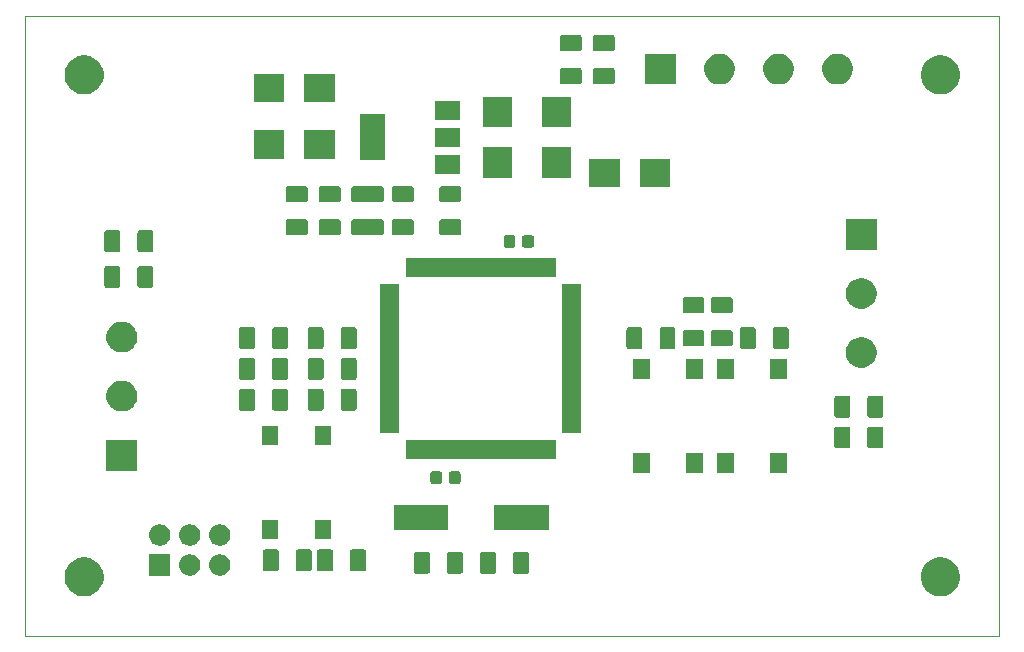
<source format=gbr>
G04 #@! TF.GenerationSoftware,KiCad,Pcbnew,(5.1.0)-1*
G04 #@! TF.CreationDate,2019-06-07T15:42:58+02:00*
G04 #@! TF.ProjectId,DRS,4452532e-6b69-4636-9164-5f7063625858,rev?*
G04 #@! TF.SameCoordinates,Original*
G04 #@! TF.FileFunction,Soldermask,Top*
G04 #@! TF.FilePolarity,Negative*
%FSLAX46Y46*%
G04 Gerber Fmt 4.6, Leading zero omitted, Abs format (unit mm)*
G04 Created by KiCad (PCBNEW (5.1.0)-1) date 2019-06-07 15:42:58*
%MOMM*%
%LPD*%
G04 APERTURE LIST*
%ADD10C,0.100000*%
G04 APERTURE END LIST*
D10*
X94000000Y-103500000D02*
X176500000Y-103500000D01*
X94000000Y-51000000D02*
X94000000Y-103500000D01*
X176500000Y-51000000D02*
X94000000Y-51000000D01*
X176500000Y-103500000D02*
X176500000Y-51000000D01*
G36*
X171875256Y-96891298D02*
G01*
X171981579Y-96912447D01*
X172282042Y-97036903D01*
X172552451Y-97217585D01*
X172782415Y-97447549D01*
X172963097Y-97717958D01*
X173087553Y-98018421D01*
X173095640Y-98059078D01*
X173150812Y-98336443D01*
X173151000Y-98337391D01*
X173151000Y-98662609D01*
X173087553Y-98981579D01*
X172963097Y-99282042D01*
X172782415Y-99552451D01*
X172552451Y-99782415D01*
X172282042Y-99963097D01*
X171981579Y-100087553D01*
X171875256Y-100108702D01*
X171662611Y-100151000D01*
X171337389Y-100151000D01*
X171124744Y-100108702D01*
X171018421Y-100087553D01*
X170717958Y-99963097D01*
X170447549Y-99782415D01*
X170217585Y-99552451D01*
X170036903Y-99282042D01*
X169912447Y-98981579D01*
X169849000Y-98662609D01*
X169849000Y-98337391D01*
X169849189Y-98336443D01*
X169904360Y-98059078D01*
X169912447Y-98018421D01*
X170036903Y-97717958D01*
X170217585Y-97447549D01*
X170447549Y-97217585D01*
X170717958Y-97036903D01*
X171018421Y-96912447D01*
X171124744Y-96891298D01*
X171337389Y-96849000D01*
X171662611Y-96849000D01*
X171875256Y-96891298D01*
X171875256Y-96891298D01*
G37*
G36*
X99375256Y-96891298D02*
G01*
X99481579Y-96912447D01*
X99782042Y-97036903D01*
X100052451Y-97217585D01*
X100282415Y-97447549D01*
X100463097Y-97717958D01*
X100587553Y-98018421D01*
X100595640Y-98059078D01*
X100650812Y-98336443D01*
X100651000Y-98337391D01*
X100651000Y-98662609D01*
X100587553Y-98981579D01*
X100463097Y-99282042D01*
X100282415Y-99552451D01*
X100052451Y-99782415D01*
X99782042Y-99963097D01*
X99481579Y-100087553D01*
X99375256Y-100108702D01*
X99162611Y-100151000D01*
X98837389Y-100151000D01*
X98624744Y-100108702D01*
X98518421Y-100087553D01*
X98217958Y-99963097D01*
X97947549Y-99782415D01*
X97717585Y-99552451D01*
X97536903Y-99282042D01*
X97412447Y-98981579D01*
X97349000Y-98662609D01*
X97349000Y-98337391D01*
X97349189Y-98336443D01*
X97404360Y-98059078D01*
X97412447Y-98018421D01*
X97536903Y-97717958D01*
X97717585Y-97447549D01*
X97947549Y-97217585D01*
X98217958Y-97036903D01*
X98518421Y-96912447D01*
X98624744Y-96891298D01*
X98837389Y-96849000D01*
X99162611Y-96849000D01*
X99375256Y-96891298D01*
X99375256Y-96891298D01*
G37*
G36*
X110590442Y-96605518D02*
G01*
X110656627Y-96612037D01*
X110826466Y-96663557D01*
X110982991Y-96747222D01*
X111018729Y-96776552D01*
X111120186Y-96859814D01*
X111203448Y-96961271D01*
X111232778Y-96997009D01*
X111316443Y-97153534D01*
X111367963Y-97323373D01*
X111385359Y-97500000D01*
X111367963Y-97676627D01*
X111316443Y-97846466D01*
X111232778Y-98002991D01*
X111220114Y-98018422D01*
X111120186Y-98140186D01*
X111034424Y-98210568D01*
X110982991Y-98252778D01*
X110826466Y-98336443D01*
X110656627Y-98387963D01*
X110590442Y-98394482D01*
X110524260Y-98401000D01*
X110435740Y-98401000D01*
X110369558Y-98394482D01*
X110303373Y-98387963D01*
X110133534Y-98336443D01*
X109977009Y-98252778D01*
X109925576Y-98210568D01*
X109839814Y-98140186D01*
X109739886Y-98018422D01*
X109727222Y-98002991D01*
X109643557Y-97846466D01*
X109592037Y-97676627D01*
X109574641Y-97500000D01*
X109592037Y-97323373D01*
X109643557Y-97153534D01*
X109727222Y-96997009D01*
X109756552Y-96961271D01*
X109839814Y-96859814D01*
X109941271Y-96776552D01*
X109977009Y-96747222D01*
X110133534Y-96663557D01*
X110303373Y-96612037D01*
X110369557Y-96605519D01*
X110435740Y-96599000D01*
X110524260Y-96599000D01*
X110590442Y-96605518D01*
X110590442Y-96605518D01*
G37*
G36*
X108050442Y-96605518D02*
G01*
X108116627Y-96612037D01*
X108286466Y-96663557D01*
X108442991Y-96747222D01*
X108478729Y-96776552D01*
X108580186Y-96859814D01*
X108663448Y-96961271D01*
X108692778Y-96997009D01*
X108776443Y-97153534D01*
X108827963Y-97323373D01*
X108845359Y-97500000D01*
X108827963Y-97676627D01*
X108776443Y-97846466D01*
X108692778Y-98002991D01*
X108680114Y-98018422D01*
X108580186Y-98140186D01*
X108494424Y-98210568D01*
X108442991Y-98252778D01*
X108286466Y-98336443D01*
X108116627Y-98387963D01*
X108050442Y-98394482D01*
X107984260Y-98401000D01*
X107895740Y-98401000D01*
X107829558Y-98394482D01*
X107763373Y-98387963D01*
X107593534Y-98336443D01*
X107437009Y-98252778D01*
X107385576Y-98210568D01*
X107299814Y-98140186D01*
X107199886Y-98018422D01*
X107187222Y-98002991D01*
X107103557Y-97846466D01*
X107052037Y-97676627D01*
X107034641Y-97500000D01*
X107052037Y-97323373D01*
X107103557Y-97153534D01*
X107187222Y-96997009D01*
X107216552Y-96961271D01*
X107299814Y-96859814D01*
X107401271Y-96776552D01*
X107437009Y-96747222D01*
X107593534Y-96663557D01*
X107763373Y-96612037D01*
X107829557Y-96605519D01*
X107895740Y-96599000D01*
X107984260Y-96599000D01*
X108050442Y-96605518D01*
X108050442Y-96605518D01*
G37*
G36*
X106301000Y-98401000D02*
G01*
X104499000Y-98401000D01*
X104499000Y-96599000D01*
X106301000Y-96599000D01*
X106301000Y-98401000D01*
X106301000Y-98401000D01*
G37*
G36*
X136518604Y-96378347D02*
G01*
X136555144Y-96389432D01*
X136588821Y-96407433D01*
X136618341Y-96431659D01*
X136642567Y-96461179D01*
X136660568Y-96494856D01*
X136671653Y-96531396D01*
X136676000Y-96575538D01*
X136676000Y-98024462D01*
X136671653Y-98068604D01*
X136660568Y-98105144D01*
X136642567Y-98138821D01*
X136618341Y-98168341D01*
X136588821Y-98192567D01*
X136555144Y-98210568D01*
X136518604Y-98221653D01*
X136474462Y-98226000D01*
X135525538Y-98226000D01*
X135481396Y-98221653D01*
X135444856Y-98210568D01*
X135411179Y-98192567D01*
X135381659Y-98168341D01*
X135357433Y-98138821D01*
X135339432Y-98105144D01*
X135328347Y-98068604D01*
X135324000Y-98024462D01*
X135324000Y-96575538D01*
X135328347Y-96531396D01*
X135339432Y-96494856D01*
X135357433Y-96461179D01*
X135381659Y-96431659D01*
X135411179Y-96407433D01*
X135444856Y-96389432D01*
X135481396Y-96378347D01*
X135525538Y-96374000D01*
X136474462Y-96374000D01*
X136518604Y-96378347D01*
X136518604Y-96378347D01*
G37*
G36*
X133718604Y-96378347D02*
G01*
X133755144Y-96389432D01*
X133788821Y-96407433D01*
X133818341Y-96431659D01*
X133842567Y-96461179D01*
X133860568Y-96494856D01*
X133871653Y-96531396D01*
X133876000Y-96575538D01*
X133876000Y-98024462D01*
X133871653Y-98068604D01*
X133860568Y-98105144D01*
X133842567Y-98138821D01*
X133818341Y-98168341D01*
X133788821Y-98192567D01*
X133755144Y-98210568D01*
X133718604Y-98221653D01*
X133674462Y-98226000D01*
X132725538Y-98226000D01*
X132681396Y-98221653D01*
X132644856Y-98210568D01*
X132611179Y-98192567D01*
X132581659Y-98168341D01*
X132557433Y-98138821D01*
X132539432Y-98105144D01*
X132528347Y-98068604D01*
X132524000Y-98024462D01*
X132524000Y-96575538D01*
X132528347Y-96531396D01*
X132539432Y-96494856D01*
X132557433Y-96461179D01*
X132581659Y-96431659D01*
X132611179Y-96407433D01*
X132644856Y-96389432D01*
X132681396Y-96378347D01*
X132725538Y-96374000D01*
X133674462Y-96374000D01*
X133718604Y-96378347D01*
X133718604Y-96378347D01*
G37*
G36*
X130918604Y-96378347D02*
G01*
X130955144Y-96389432D01*
X130988821Y-96407433D01*
X131018341Y-96431659D01*
X131042567Y-96461179D01*
X131060568Y-96494856D01*
X131071653Y-96531396D01*
X131076000Y-96575538D01*
X131076000Y-98024462D01*
X131071653Y-98068604D01*
X131060568Y-98105144D01*
X131042567Y-98138821D01*
X131018341Y-98168341D01*
X130988821Y-98192567D01*
X130955144Y-98210568D01*
X130918604Y-98221653D01*
X130874462Y-98226000D01*
X129925538Y-98226000D01*
X129881396Y-98221653D01*
X129844856Y-98210568D01*
X129811179Y-98192567D01*
X129781659Y-98168341D01*
X129757433Y-98138821D01*
X129739432Y-98105144D01*
X129728347Y-98068604D01*
X129724000Y-98024462D01*
X129724000Y-96575538D01*
X129728347Y-96531396D01*
X129739432Y-96494856D01*
X129757433Y-96461179D01*
X129781659Y-96431659D01*
X129811179Y-96407433D01*
X129844856Y-96389432D01*
X129881396Y-96378347D01*
X129925538Y-96374000D01*
X130874462Y-96374000D01*
X130918604Y-96378347D01*
X130918604Y-96378347D01*
G37*
G36*
X128118604Y-96378347D02*
G01*
X128155144Y-96389432D01*
X128188821Y-96407433D01*
X128218341Y-96431659D01*
X128242567Y-96461179D01*
X128260568Y-96494856D01*
X128271653Y-96531396D01*
X128276000Y-96575538D01*
X128276000Y-98024462D01*
X128271653Y-98068604D01*
X128260568Y-98105144D01*
X128242567Y-98138821D01*
X128218341Y-98168341D01*
X128188821Y-98192567D01*
X128155144Y-98210568D01*
X128118604Y-98221653D01*
X128074462Y-98226000D01*
X127125538Y-98226000D01*
X127081396Y-98221653D01*
X127044856Y-98210568D01*
X127011179Y-98192567D01*
X126981659Y-98168341D01*
X126957433Y-98138821D01*
X126939432Y-98105144D01*
X126928347Y-98068604D01*
X126924000Y-98024462D01*
X126924000Y-96575538D01*
X126928347Y-96531396D01*
X126939432Y-96494856D01*
X126957433Y-96461179D01*
X126981659Y-96431659D01*
X127011179Y-96407433D01*
X127044856Y-96389432D01*
X127081396Y-96378347D01*
X127125538Y-96374000D01*
X128074462Y-96374000D01*
X128118604Y-96378347D01*
X128118604Y-96378347D01*
G37*
G36*
X119918604Y-96178347D02*
G01*
X119955144Y-96189432D01*
X119988821Y-96207433D01*
X120018341Y-96231659D01*
X120042567Y-96261179D01*
X120060568Y-96294856D01*
X120071653Y-96331396D01*
X120076000Y-96375538D01*
X120076000Y-97824462D01*
X120071653Y-97868604D01*
X120060568Y-97905144D01*
X120042567Y-97938821D01*
X120018341Y-97968341D01*
X119988821Y-97992567D01*
X119955144Y-98010568D01*
X119918604Y-98021653D01*
X119874462Y-98026000D01*
X118925538Y-98026000D01*
X118881396Y-98021653D01*
X118844856Y-98010568D01*
X118811179Y-97992567D01*
X118781659Y-97968341D01*
X118757433Y-97938821D01*
X118739432Y-97905144D01*
X118728347Y-97868604D01*
X118724000Y-97824462D01*
X118724000Y-96375538D01*
X118728347Y-96331396D01*
X118739432Y-96294856D01*
X118757433Y-96261179D01*
X118781659Y-96231659D01*
X118811179Y-96207433D01*
X118844856Y-96189432D01*
X118881396Y-96178347D01*
X118925538Y-96174000D01*
X119874462Y-96174000D01*
X119918604Y-96178347D01*
X119918604Y-96178347D01*
G37*
G36*
X122718604Y-96178347D02*
G01*
X122755144Y-96189432D01*
X122788821Y-96207433D01*
X122818341Y-96231659D01*
X122842567Y-96261179D01*
X122860568Y-96294856D01*
X122871653Y-96331396D01*
X122876000Y-96375538D01*
X122876000Y-97824462D01*
X122871653Y-97868604D01*
X122860568Y-97905144D01*
X122842567Y-97938821D01*
X122818341Y-97968341D01*
X122788821Y-97992567D01*
X122755144Y-98010568D01*
X122718604Y-98021653D01*
X122674462Y-98026000D01*
X121725538Y-98026000D01*
X121681396Y-98021653D01*
X121644856Y-98010568D01*
X121611179Y-97992567D01*
X121581659Y-97968341D01*
X121557433Y-97938821D01*
X121539432Y-97905144D01*
X121528347Y-97868604D01*
X121524000Y-97824462D01*
X121524000Y-96375538D01*
X121528347Y-96331396D01*
X121539432Y-96294856D01*
X121557433Y-96261179D01*
X121581659Y-96231659D01*
X121611179Y-96207433D01*
X121644856Y-96189432D01*
X121681396Y-96178347D01*
X121725538Y-96174000D01*
X122674462Y-96174000D01*
X122718604Y-96178347D01*
X122718604Y-96178347D01*
G37*
G36*
X115318604Y-96178347D02*
G01*
X115355144Y-96189432D01*
X115388821Y-96207433D01*
X115418341Y-96231659D01*
X115442567Y-96261179D01*
X115460568Y-96294856D01*
X115471653Y-96331396D01*
X115476000Y-96375538D01*
X115476000Y-97824462D01*
X115471653Y-97868604D01*
X115460568Y-97905144D01*
X115442567Y-97938821D01*
X115418341Y-97968341D01*
X115388821Y-97992567D01*
X115355144Y-98010568D01*
X115318604Y-98021653D01*
X115274462Y-98026000D01*
X114325538Y-98026000D01*
X114281396Y-98021653D01*
X114244856Y-98010568D01*
X114211179Y-97992567D01*
X114181659Y-97968341D01*
X114157433Y-97938821D01*
X114139432Y-97905144D01*
X114128347Y-97868604D01*
X114124000Y-97824462D01*
X114124000Y-96375538D01*
X114128347Y-96331396D01*
X114139432Y-96294856D01*
X114157433Y-96261179D01*
X114181659Y-96231659D01*
X114211179Y-96207433D01*
X114244856Y-96189432D01*
X114281396Y-96178347D01*
X114325538Y-96174000D01*
X115274462Y-96174000D01*
X115318604Y-96178347D01*
X115318604Y-96178347D01*
G37*
G36*
X118118604Y-96178347D02*
G01*
X118155144Y-96189432D01*
X118188821Y-96207433D01*
X118218341Y-96231659D01*
X118242567Y-96261179D01*
X118260568Y-96294856D01*
X118271653Y-96331396D01*
X118276000Y-96375538D01*
X118276000Y-97824462D01*
X118271653Y-97868604D01*
X118260568Y-97905144D01*
X118242567Y-97938821D01*
X118218341Y-97968341D01*
X118188821Y-97992567D01*
X118155144Y-98010568D01*
X118118604Y-98021653D01*
X118074462Y-98026000D01*
X117125538Y-98026000D01*
X117081396Y-98021653D01*
X117044856Y-98010568D01*
X117011179Y-97992567D01*
X116981659Y-97968341D01*
X116957433Y-97938821D01*
X116939432Y-97905144D01*
X116928347Y-97868604D01*
X116924000Y-97824462D01*
X116924000Y-96375538D01*
X116928347Y-96331396D01*
X116939432Y-96294856D01*
X116957433Y-96261179D01*
X116981659Y-96231659D01*
X117011179Y-96207433D01*
X117044856Y-96189432D01*
X117081396Y-96178347D01*
X117125538Y-96174000D01*
X118074462Y-96174000D01*
X118118604Y-96178347D01*
X118118604Y-96178347D01*
G37*
G36*
X108050443Y-94065519D02*
G01*
X108116627Y-94072037D01*
X108286466Y-94123557D01*
X108442991Y-94207222D01*
X108478729Y-94236552D01*
X108580186Y-94319814D01*
X108663448Y-94421271D01*
X108692778Y-94457009D01*
X108776443Y-94613534D01*
X108827963Y-94783373D01*
X108845359Y-94960000D01*
X108827963Y-95136627D01*
X108776443Y-95306466D01*
X108692778Y-95462991D01*
X108663448Y-95498729D01*
X108580186Y-95600186D01*
X108478729Y-95683448D01*
X108442991Y-95712778D01*
X108286466Y-95796443D01*
X108116627Y-95847963D01*
X108050442Y-95854482D01*
X107984260Y-95861000D01*
X107895740Y-95861000D01*
X107829558Y-95854482D01*
X107763373Y-95847963D01*
X107593534Y-95796443D01*
X107437009Y-95712778D01*
X107401271Y-95683448D01*
X107299814Y-95600186D01*
X107216552Y-95498729D01*
X107187222Y-95462991D01*
X107103557Y-95306466D01*
X107052037Y-95136627D01*
X107034641Y-94960000D01*
X107052037Y-94783373D01*
X107103557Y-94613534D01*
X107187222Y-94457009D01*
X107216552Y-94421271D01*
X107299814Y-94319814D01*
X107401271Y-94236552D01*
X107437009Y-94207222D01*
X107593534Y-94123557D01*
X107763373Y-94072037D01*
X107829557Y-94065519D01*
X107895740Y-94059000D01*
X107984260Y-94059000D01*
X108050443Y-94065519D01*
X108050443Y-94065519D01*
G37*
G36*
X105510443Y-94065519D02*
G01*
X105576627Y-94072037D01*
X105746466Y-94123557D01*
X105902991Y-94207222D01*
X105938729Y-94236552D01*
X106040186Y-94319814D01*
X106123448Y-94421271D01*
X106152778Y-94457009D01*
X106236443Y-94613534D01*
X106287963Y-94783373D01*
X106305359Y-94960000D01*
X106287963Y-95136627D01*
X106236443Y-95306466D01*
X106152778Y-95462991D01*
X106123448Y-95498729D01*
X106040186Y-95600186D01*
X105938729Y-95683448D01*
X105902991Y-95712778D01*
X105746466Y-95796443D01*
X105576627Y-95847963D01*
X105510442Y-95854482D01*
X105444260Y-95861000D01*
X105355740Y-95861000D01*
X105289558Y-95854482D01*
X105223373Y-95847963D01*
X105053534Y-95796443D01*
X104897009Y-95712778D01*
X104861271Y-95683448D01*
X104759814Y-95600186D01*
X104676552Y-95498729D01*
X104647222Y-95462991D01*
X104563557Y-95306466D01*
X104512037Y-95136627D01*
X104494641Y-94960000D01*
X104512037Y-94783373D01*
X104563557Y-94613534D01*
X104647222Y-94457009D01*
X104676552Y-94421271D01*
X104759814Y-94319814D01*
X104861271Y-94236552D01*
X104897009Y-94207222D01*
X105053534Y-94123557D01*
X105223373Y-94072037D01*
X105289557Y-94065519D01*
X105355740Y-94059000D01*
X105444260Y-94059000D01*
X105510443Y-94065519D01*
X105510443Y-94065519D01*
G37*
G36*
X110590443Y-94065519D02*
G01*
X110656627Y-94072037D01*
X110826466Y-94123557D01*
X110982991Y-94207222D01*
X111018729Y-94236552D01*
X111120186Y-94319814D01*
X111203448Y-94421271D01*
X111232778Y-94457009D01*
X111316443Y-94613534D01*
X111367963Y-94783373D01*
X111385359Y-94960000D01*
X111367963Y-95136627D01*
X111316443Y-95306466D01*
X111232778Y-95462991D01*
X111203448Y-95498729D01*
X111120186Y-95600186D01*
X111018729Y-95683448D01*
X110982991Y-95712778D01*
X110826466Y-95796443D01*
X110656627Y-95847963D01*
X110590442Y-95854482D01*
X110524260Y-95861000D01*
X110435740Y-95861000D01*
X110369558Y-95854482D01*
X110303373Y-95847963D01*
X110133534Y-95796443D01*
X109977009Y-95712778D01*
X109941271Y-95683448D01*
X109839814Y-95600186D01*
X109756552Y-95498729D01*
X109727222Y-95462991D01*
X109643557Y-95306466D01*
X109592037Y-95136627D01*
X109574641Y-94960000D01*
X109592037Y-94783373D01*
X109643557Y-94613534D01*
X109727222Y-94457009D01*
X109756552Y-94421271D01*
X109839814Y-94319814D01*
X109941271Y-94236552D01*
X109977009Y-94207222D01*
X110133534Y-94123557D01*
X110303373Y-94072037D01*
X110369557Y-94065519D01*
X110435740Y-94059000D01*
X110524260Y-94059000D01*
X110590443Y-94065519D01*
X110590443Y-94065519D01*
G37*
G36*
X119951000Y-95306000D02*
G01*
X118549000Y-95306000D01*
X118549000Y-93654000D01*
X119951000Y-93654000D01*
X119951000Y-95306000D01*
X119951000Y-95306000D01*
G37*
G36*
X115451000Y-95306000D02*
G01*
X114049000Y-95306000D01*
X114049000Y-93654000D01*
X115451000Y-93654000D01*
X115451000Y-95306000D01*
X115451000Y-95306000D01*
G37*
G36*
X138351000Y-94551000D02*
G01*
X133749000Y-94551000D01*
X133749000Y-92449000D01*
X138351000Y-92449000D01*
X138351000Y-94551000D01*
X138351000Y-94551000D01*
G37*
G36*
X129851000Y-94551000D02*
G01*
X125249000Y-94551000D01*
X125249000Y-92449000D01*
X129851000Y-92449000D01*
X129851000Y-94551000D01*
X129851000Y-94551000D01*
G37*
G36*
X130729591Y-89578085D02*
G01*
X130763569Y-89588393D01*
X130794890Y-89605134D01*
X130822339Y-89627661D01*
X130844866Y-89655110D01*
X130861607Y-89686431D01*
X130871915Y-89720409D01*
X130876000Y-89761890D01*
X130876000Y-90438110D01*
X130871915Y-90479591D01*
X130861607Y-90513569D01*
X130844866Y-90544890D01*
X130822339Y-90572339D01*
X130794890Y-90594866D01*
X130763569Y-90611607D01*
X130729591Y-90621915D01*
X130688110Y-90626000D01*
X130086890Y-90626000D01*
X130045409Y-90621915D01*
X130011431Y-90611607D01*
X129980110Y-90594866D01*
X129952661Y-90572339D01*
X129930134Y-90544890D01*
X129913393Y-90513569D01*
X129903085Y-90479591D01*
X129899000Y-90438110D01*
X129899000Y-89761890D01*
X129903085Y-89720409D01*
X129913393Y-89686431D01*
X129930134Y-89655110D01*
X129952661Y-89627661D01*
X129980110Y-89605134D01*
X130011431Y-89588393D01*
X130045409Y-89578085D01*
X130086890Y-89574000D01*
X130688110Y-89574000D01*
X130729591Y-89578085D01*
X130729591Y-89578085D01*
G37*
G36*
X129154591Y-89578085D02*
G01*
X129188569Y-89588393D01*
X129219890Y-89605134D01*
X129247339Y-89627661D01*
X129269866Y-89655110D01*
X129286607Y-89686431D01*
X129296915Y-89720409D01*
X129301000Y-89761890D01*
X129301000Y-90438110D01*
X129296915Y-90479591D01*
X129286607Y-90513569D01*
X129269866Y-90544890D01*
X129247339Y-90572339D01*
X129219890Y-90594866D01*
X129188569Y-90611607D01*
X129154591Y-90621915D01*
X129113110Y-90626000D01*
X128511890Y-90626000D01*
X128470409Y-90621915D01*
X128436431Y-90611607D01*
X128405110Y-90594866D01*
X128377661Y-90572339D01*
X128355134Y-90544890D01*
X128338393Y-90513569D01*
X128328085Y-90479591D01*
X128324000Y-90438110D01*
X128324000Y-89761890D01*
X128328085Y-89720409D01*
X128338393Y-89686431D01*
X128355134Y-89655110D01*
X128377661Y-89627661D01*
X128405110Y-89605134D01*
X128436431Y-89588393D01*
X128470409Y-89578085D01*
X128511890Y-89574000D01*
X129113110Y-89574000D01*
X129154591Y-89578085D01*
X129154591Y-89578085D01*
G37*
G36*
X154001000Y-89706000D02*
G01*
X152599000Y-89706000D01*
X152599000Y-88054000D01*
X154001000Y-88054000D01*
X154001000Y-89706000D01*
X154001000Y-89706000D01*
G37*
G36*
X158501000Y-89706000D02*
G01*
X157099000Y-89706000D01*
X157099000Y-88054000D01*
X158501000Y-88054000D01*
X158501000Y-89706000D01*
X158501000Y-89706000D01*
G37*
G36*
X151401000Y-89706000D02*
G01*
X149999000Y-89706000D01*
X149999000Y-88054000D01*
X151401000Y-88054000D01*
X151401000Y-89706000D01*
X151401000Y-89706000D01*
G37*
G36*
X146901000Y-89706000D02*
G01*
X145499000Y-89706000D01*
X145499000Y-88054000D01*
X146901000Y-88054000D01*
X146901000Y-89706000D01*
X146901000Y-89706000D01*
G37*
G36*
X103501000Y-89501000D02*
G01*
X100899000Y-89501000D01*
X100899000Y-86899000D01*
X103501000Y-86899000D01*
X103501000Y-89501000D01*
X103501000Y-89501000D01*
G37*
G36*
X138926000Y-88501000D02*
G01*
X126274000Y-88501000D01*
X126274000Y-86899000D01*
X138926000Y-86899000D01*
X138926000Y-88501000D01*
X138926000Y-88501000D01*
G37*
G36*
X163718604Y-85778347D02*
G01*
X163755144Y-85789432D01*
X163788821Y-85807433D01*
X163818341Y-85831659D01*
X163842567Y-85861179D01*
X163860568Y-85894856D01*
X163871653Y-85931396D01*
X163876000Y-85975538D01*
X163876000Y-87424462D01*
X163871653Y-87468604D01*
X163860568Y-87505144D01*
X163842567Y-87538821D01*
X163818341Y-87568341D01*
X163788821Y-87592567D01*
X163755144Y-87610568D01*
X163718604Y-87621653D01*
X163674462Y-87626000D01*
X162725538Y-87626000D01*
X162681396Y-87621653D01*
X162644856Y-87610568D01*
X162611179Y-87592567D01*
X162581659Y-87568341D01*
X162557433Y-87538821D01*
X162539432Y-87505144D01*
X162528347Y-87468604D01*
X162524000Y-87424462D01*
X162524000Y-85975538D01*
X162528347Y-85931396D01*
X162539432Y-85894856D01*
X162557433Y-85861179D01*
X162581659Y-85831659D01*
X162611179Y-85807433D01*
X162644856Y-85789432D01*
X162681396Y-85778347D01*
X162725538Y-85774000D01*
X163674462Y-85774000D01*
X163718604Y-85778347D01*
X163718604Y-85778347D01*
G37*
G36*
X166518604Y-85778347D02*
G01*
X166555144Y-85789432D01*
X166588821Y-85807433D01*
X166618341Y-85831659D01*
X166642567Y-85861179D01*
X166660568Y-85894856D01*
X166671653Y-85931396D01*
X166676000Y-85975538D01*
X166676000Y-87424462D01*
X166671653Y-87468604D01*
X166660568Y-87505144D01*
X166642567Y-87538821D01*
X166618341Y-87568341D01*
X166588821Y-87592567D01*
X166555144Y-87610568D01*
X166518604Y-87621653D01*
X166474462Y-87626000D01*
X165525538Y-87626000D01*
X165481396Y-87621653D01*
X165444856Y-87610568D01*
X165411179Y-87592567D01*
X165381659Y-87568341D01*
X165357433Y-87538821D01*
X165339432Y-87505144D01*
X165328347Y-87468604D01*
X165324000Y-87424462D01*
X165324000Y-85975538D01*
X165328347Y-85931396D01*
X165339432Y-85894856D01*
X165357433Y-85861179D01*
X165381659Y-85831659D01*
X165411179Y-85807433D01*
X165444856Y-85789432D01*
X165481396Y-85778347D01*
X165525538Y-85774000D01*
X166474462Y-85774000D01*
X166518604Y-85778347D01*
X166518604Y-85778347D01*
G37*
G36*
X115451000Y-87346000D02*
G01*
X114049000Y-87346000D01*
X114049000Y-85694000D01*
X115451000Y-85694000D01*
X115451000Y-87346000D01*
X115451000Y-87346000D01*
G37*
G36*
X119951000Y-87346000D02*
G01*
X118549000Y-87346000D01*
X118549000Y-85694000D01*
X119951000Y-85694000D01*
X119951000Y-87346000D01*
X119951000Y-87346000D01*
G37*
G36*
X141101000Y-86326000D02*
G01*
X139499000Y-86326000D01*
X139499000Y-73674000D01*
X141101000Y-73674000D01*
X141101000Y-86326000D01*
X141101000Y-86326000D01*
G37*
G36*
X125701000Y-86326000D02*
G01*
X124099000Y-86326000D01*
X124099000Y-73674000D01*
X125701000Y-73674000D01*
X125701000Y-86326000D01*
X125701000Y-86326000D01*
G37*
G36*
X166518604Y-83178347D02*
G01*
X166555144Y-83189432D01*
X166588821Y-83207433D01*
X166618341Y-83231659D01*
X166642567Y-83261179D01*
X166660568Y-83294856D01*
X166671653Y-83331396D01*
X166676000Y-83375538D01*
X166676000Y-84824462D01*
X166671653Y-84868604D01*
X166660568Y-84905144D01*
X166642567Y-84938821D01*
X166618341Y-84968341D01*
X166588821Y-84992567D01*
X166555144Y-85010568D01*
X166518604Y-85021653D01*
X166474462Y-85026000D01*
X165525538Y-85026000D01*
X165481396Y-85021653D01*
X165444856Y-85010568D01*
X165411179Y-84992567D01*
X165381659Y-84968341D01*
X165357433Y-84938821D01*
X165339432Y-84905144D01*
X165328347Y-84868604D01*
X165324000Y-84824462D01*
X165324000Y-83375538D01*
X165328347Y-83331396D01*
X165339432Y-83294856D01*
X165357433Y-83261179D01*
X165381659Y-83231659D01*
X165411179Y-83207433D01*
X165444856Y-83189432D01*
X165481396Y-83178347D01*
X165525538Y-83174000D01*
X166474462Y-83174000D01*
X166518604Y-83178347D01*
X166518604Y-83178347D01*
G37*
G36*
X163718604Y-83178347D02*
G01*
X163755144Y-83189432D01*
X163788821Y-83207433D01*
X163818341Y-83231659D01*
X163842567Y-83261179D01*
X163860568Y-83294856D01*
X163871653Y-83331396D01*
X163876000Y-83375538D01*
X163876000Y-84824462D01*
X163871653Y-84868604D01*
X163860568Y-84905144D01*
X163842567Y-84938821D01*
X163818341Y-84968341D01*
X163788821Y-84992567D01*
X163755144Y-85010568D01*
X163718604Y-85021653D01*
X163674462Y-85026000D01*
X162725538Y-85026000D01*
X162681396Y-85021653D01*
X162644856Y-85010568D01*
X162611179Y-84992567D01*
X162581659Y-84968341D01*
X162557433Y-84938821D01*
X162539432Y-84905144D01*
X162528347Y-84868604D01*
X162524000Y-84824462D01*
X162524000Y-83375538D01*
X162528347Y-83331396D01*
X162539432Y-83294856D01*
X162557433Y-83261179D01*
X162581659Y-83231659D01*
X162611179Y-83207433D01*
X162644856Y-83189432D01*
X162681396Y-83178347D01*
X162725538Y-83174000D01*
X163674462Y-83174000D01*
X163718604Y-83178347D01*
X163718604Y-83178347D01*
G37*
G36*
X102579487Y-81948996D02*
G01*
X102816253Y-82047068D01*
X102816255Y-82047069D01*
X103029339Y-82189447D01*
X103210553Y-82370661D01*
X103346420Y-82574000D01*
X103352932Y-82583747D01*
X103451004Y-82820513D01*
X103501000Y-83071861D01*
X103501000Y-83328139D01*
X103451004Y-83579487D01*
X103352932Y-83816253D01*
X103352931Y-83816255D01*
X103210553Y-84029339D01*
X103029339Y-84210553D01*
X102816255Y-84352931D01*
X102816254Y-84352932D01*
X102816253Y-84352932D01*
X102579487Y-84451004D01*
X102328139Y-84501000D01*
X102071861Y-84501000D01*
X101820513Y-84451004D01*
X101583747Y-84352932D01*
X101583746Y-84352932D01*
X101583745Y-84352931D01*
X101370661Y-84210553D01*
X101189447Y-84029339D01*
X101047069Y-83816255D01*
X101047068Y-83816253D01*
X100948996Y-83579487D01*
X100899000Y-83328139D01*
X100899000Y-83071861D01*
X100948996Y-82820513D01*
X101047068Y-82583747D01*
X101053581Y-82574000D01*
X101189447Y-82370661D01*
X101370661Y-82189447D01*
X101583745Y-82047069D01*
X101583747Y-82047068D01*
X101820513Y-81948996D01*
X102071861Y-81899000D01*
X102328139Y-81899000D01*
X102579487Y-81948996D01*
X102579487Y-81948996D01*
G37*
G36*
X113318604Y-82578347D02*
G01*
X113355144Y-82589432D01*
X113388821Y-82607433D01*
X113418341Y-82631659D01*
X113442567Y-82661179D01*
X113460568Y-82694856D01*
X113471653Y-82731396D01*
X113476000Y-82775538D01*
X113476000Y-84224462D01*
X113471653Y-84268604D01*
X113460568Y-84305144D01*
X113442567Y-84338821D01*
X113418341Y-84368341D01*
X113388821Y-84392567D01*
X113355144Y-84410568D01*
X113318604Y-84421653D01*
X113274462Y-84426000D01*
X112325538Y-84426000D01*
X112281396Y-84421653D01*
X112244856Y-84410568D01*
X112211179Y-84392567D01*
X112181659Y-84368341D01*
X112157433Y-84338821D01*
X112139432Y-84305144D01*
X112128347Y-84268604D01*
X112124000Y-84224462D01*
X112124000Y-82775538D01*
X112128347Y-82731396D01*
X112139432Y-82694856D01*
X112157433Y-82661179D01*
X112181659Y-82631659D01*
X112211179Y-82607433D01*
X112244856Y-82589432D01*
X112281396Y-82578347D01*
X112325538Y-82574000D01*
X113274462Y-82574000D01*
X113318604Y-82578347D01*
X113318604Y-82578347D01*
G37*
G36*
X116118604Y-82578347D02*
G01*
X116155144Y-82589432D01*
X116188821Y-82607433D01*
X116218341Y-82631659D01*
X116242567Y-82661179D01*
X116260568Y-82694856D01*
X116271653Y-82731396D01*
X116276000Y-82775538D01*
X116276000Y-84224462D01*
X116271653Y-84268604D01*
X116260568Y-84305144D01*
X116242567Y-84338821D01*
X116218341Y-84368341D01*
X116188821Y-84392567D01*
X116155144Y-84410568D01*
X116118604Y-84421653D01*
X116074462Y-84426000D01*
X115125538Y-84426000D01*
X115081396Y-84421653D01*
X115044856Y-84410568D01*
X115011179Y-84392567D01*
X114981659Y-84368341D01*
X114957433Y-84338821D01*
X114939432Y-84305144D01*
X114928347Y-84268604D01*
X114924000Y-84224462D01*
X114924000Y-82775538D01*
X114928347Y-82731396D01*
X114939432Y-82694856D01*
X114957433Y-82661179D01*
X114981659Y-82631659D01*
X115011179Y-82607433D01*
X115044856Y-82589432D01*
X115081396Y-82578347D01*
X115125538Y-82574000D01*
X116074462Y-82574000D01*
X116118604Y-82578347D01*
X116118604Y-82578347D01*
G37*
G36*
X121918604Y-82578347D02*
G01*
X121955144Y-82589432D01*
X121988821Y-82607433D01*
X122018341Y-82631659D01*
X122042567Y-82661179D01*
X122060568Y-82694856D01*
X122071653Y-82731396D01*
X122076000Y-82775538D01*
X122076000Y-84224462D01*
X122071653Y-84268604D01*
X122060568Y-84305144D01*
X122042567Y-84338821D01*
X122018341Y-84368341D01*
X121988821Y-84392567D01*
X121955144Y-84410568D01*
X121918604Y-84421653D01*
X121874462Y-84426000D01*
X120925538Y-84426000D01*
X120881396Y-84421653D01*
X120844856Y-84410568D01*
X120811179Y-84392567D01*
X120781659Y-84368341D01*
X120757433Y-84338821D01*
X120739432Y-84305144D01*
X120728347Y-84268604D01*
X120724000Y-84224462D01*
X120724000Y-82775538D01*
X120728347Y-82731396D01*
X120739432Y-82694856D01*
X120757433Y-82661179D01*
X120781659Y-82631659D01*
X120811179Y-82607433D01*
X120844856Y-82589432D01*
X120881396Y-82578347D01*
X120925538Y-82574000D01*
X121874462Y-82574000D01*
X121918604Y-82578347D01*
X121918604Y-82578347D01*
G37*
G36*
X119118604Y-82578347D02*
G01*
X119155144Y-82589432D01*
X119188821Y-82607433D01*
X119218341Y-82631659D01*
X119242567Y-82661179D01*
X119260568Y-82694856D01*
X119271653Y-82731396D01*
X119276000Y-82775538D01*
X119276000Y-84224462D01*
X119271653Y-84268604D01*
X119260568Y-84305144D01*
X119242567Y-84338821D01*
X119218341Y-84368341D01*
X119188821Y-84392567D01*
X119155144Y-84410568D01*
X119118604Y-84421653D01*
X119074462Y-84426000D01*
X118125538Y-84426000D01*
X118081396Y-84421653D01*
X118044856Y-84410568D01*
X118011179Y-84392567D01*
X117981659Y-84368341D01*
X117957433Y-84338821D01*
X117939432Y-84305144D01*
X117928347Y-84268604D01*
X117924000Y-84224462D01*
X117924000Y-82775538D01*
X117928347Y-82731396D01*
X117939432Y-82694856D01*
X117957433Y-82661179D01*
X117981659Y-82631659D01*
X118011179Y-82607433D01*
X118044856Y-82589432D01*
X118081396Y-82578347D01*
X118125538Y-82574000D01*
X119074462Y-82574000D01*
X119118604Y-82578347D01*
X119118604Y-82578347D01*
G37*
G36*
X121918604Y-79978347D02*
G01*
X121955144Y-79989432D01*
X121988821Y-80007433D01*
X122018341Y-80031659D01*
X122042567Y-80061179D01*
X122060568Y-80094856D01*
X122071653Y-80131396D01*
X122076000Y-80175538D01*
X122076000Y-81624462D01*
X122071653Y-81668604D01*
X122060568Y-81705144D01*
X122042567Y-81738821D01*
X122018341Y-81768341D01*
X121988821Y-81792567D01*
X121955144Y-81810568D01*
X121918604Y-81821653D01*
X121874462Y-81826000D01*
X120925538Y-81826000D01*
X120881396Y-81821653D01*
X120844856Y-81810568D01*
X120811179Y-81792567D01*
X120781659Y-81768341D01*
X120757433Y-81738821D01*
X120739432Y-81705144D01*
X120728347Y-81668604D01*
X120724000Y-81624462D01*
X120724000Y-80175538D01*
X120728347Y-80131396D01*
X120739432Y-80094856D01*
X120757433Y-80061179D01*
X120781659Y-80031659D01*
X120811179Y-80007433D01*
X120844856Y-79989432D01*
X120881396Y-79978347D01*
X120925538Y-79974000D01*
X121874462Y-79974000D01*
X121918604Y-79978347D01*
X121918604Y-79978347D01*
G37*
G36*
X113318604Y-79978347D02*
G01*
X113355144Y-79989432D01*
X113388821Y-80007433D01*
X113418341Y-80031659D01*
X113442567Y-80061179D01*
X113460568Y-80094856D01*
X113471653Y-80131396D01*
X113476000Y-80175538D01*
X113476000Y-81624462D01*
X113471653Y-81668604D01*
X113460568Y-81705144D01*
X113442567Y-81738821D01*
X113418341Y-81768341D01*
X113388821Y-81792567D01*
X113355144Y-81810568D01*
X113318604Y-81821653D01*
X113274462Y-81826000D01*
X112325538Y-81826000D01*
X112281396Y-81821653D01*
X112244856Y-81810568D01*
X112211179Y-81792567D01*
X112181659Y-81768341D01*
X112157433Y-81738821D01*
X112139432Y-81705144D01*
X112128347Y-81668604D01*
X112124000Y-81624462D01*
X112124000Y-80175538D01*
X112128347Y-80131396D01*
X112139432Y-80094856D01*
X112157433Y-80061179D01*
X112181659Y-80031659D01*
X112211179Y-80007433D01*
X112244856Y-79989432D01*
X112281396Y-79978347D01*
X112325538Y-79974000D01*
X113274462Y-79974000D01*
X113318604Y-79978347D01*
X113318604Y-79978347D01*
G37*
G36*
X116118604Y-79978347D02*
G01*
X116155144Y-79989432D01*
X116188821Y-80007433D01*
X116218341Y-80031659D01*
X116242567Y-80061179D01*
X116260568Y-80094856D01*
X116271653Y-80131396D01*
X116276000Y-80175538D01*
X116276000Y-81624462D01*
X116271653Y-81668604D01*
X116260568Y-81705144D01*
X116242567Y-81738821D01*
X116218341Y-81768341D01*
X116188821Y-81792567D01*
X116155144Y-81810568D01*
X116118604Y-81821653D01*
X116074462Y-81826000D01*
X115125538Y-81826000D01*
X115081396Y-81821653D01*
X115044856Y-81810568D01*
X115011179Y-81792567D01*
X114981659Y-81768341D01*
X114957433Y-81738821D01*
X114939432Y-81705144D01*
X114928347Y-81668604D01*
X114924000Y-81624462D01*
X114924000Y-80175538D01*
X114928347Y-80131396D01*
X114939432Y-80094856D01*
X114957433Y-80061179D01*
X114981659Y-80031659D01*
X115011179Y-80007433D01*
X115044856Y-79989432D01*
X115081396Y-79978347D01*
X115125538Y-79974000D01*
X116074462Y-79974000D01*
X116118604Y-79978347D01*
X116118604Y-79978347D01*
G37*
G36*
X119118604Y-79978347D02*
G01*
X119155144Y-79989432D01*
X119188821Y-80007433D01*
X119218341Y-80031659D01*
X119242567Y-80061179D01*
X119260568Y-80094856D01*
X119271653Y-80131396D01*
X119276000Y-80175538D01*
X119276000Y-81624462D01*
X119271653Y-81668604D01*
X119260568Y-81705144D01*
X119242567Y-81738821D01*
X119218341Y-81768341D01*
X119188821Y-81792567D01*
X119155144Y-81810568D01*
X119118604Y-81821653D01*
X119074462Y-81826000D01*
X118125538Y-81826000D01*
X118081396Y-81821653D01*
X118044856Y-81810568D01*
X118011179Y-81792567D01*
X117981659Y-81768341D01*
X117957433Y-81738821D01*
X117939432Y-81705144D01*
X117928347Y-81668604D01*
X117924000Y-81624462D01*
X117924000Y-80175538D01*
X117928347Y-80131396D01*
X117939432Y-80094856D01*
X117957433Y-80061179D01*
X117981659Y-80031659D01*
X118011179Y-80007433D01*
X118044856Y-79989432D01*
X118081396Y-79978347D01*
X118125538Y-79974000D01*
X119074462Y-79974000D01*
X119118604Y-79978347D01*
X119118604Y-79978347D01*
G37*
G36*
X154001000Y-81746000D02*
G01*
X152599000Y-81746000D01*
X152599000Y-80094000D01*
X154001000Y-80094000D01*
X154001000Y-81746000D01*
X154001000Y-81746000D01*
G37*
G36*
X158501000Y-81746000D02*
G01*
X157099000Y-81746000D01*
X157099000Y-80094000D01*
X158501000Y-80094000D01*
X158501000Y-81746000D01*
X158501000Y-81746000D01*
G37*
G36*
X151401000Y-81746000D02*
G01*
X149999000Y-81746000D01*
X149999000Y-80094000D01*
X151401000Y-80094000D01*
X151401000Y-81746000D01*
X151401000Y-81746000D01*
G37*
G36*
X146901000Y-81746000D02*
G01*
X145499000Y-81746000D01*
X145499000Y-80094000D01*
X146901000Y-80094000D01*
X146901000Y-81746000D01*
X146901000Y-81746000D01*
G37*
G36*
X165179487Y-78248996D02*
G01*
X165370554Y-78328139D01*
X165416255Y-78347069D01*
X165629339Y-78489447D01*
X165810553Y-78670661D01*
X165907836Y-78816255D01*
X165952932Y-78883747D01*
X166051004Y-79120513D01*
X166101000Y-79371861D01*
X166101000Y-79628139D01*
X166051004Y-79879487D01*
X165962077Y-80094174D01*
X165952931Y-80116255D01*
X165810553Y-80329339D01*
X165629339Y-80510553D01*
X165416255Y-80652931D01*
X165416254Y-80652932D01*
X165416253Y-80652932D01*
X165179487Y-80751004D01*
X164928139Y-80801000D01*
X164671861Y-80801000D01*
X164420513Y-80751004D01*
X164183747Y-80652932D01*
X164183746Y-80652932D01*
X164183745Y-80652931D01*
X163970661Y-80510553D01*
X163789447Y-80329339D01*
X163647069Y-80116255D01*
X163637923Y-80094174D01*
X163548996Y-79879487D01*
X163499000Y-79628139D01*
X163499000Y-79371861D01*
X163548996Y-79120513D01*
X163647068Y-78883747D01*
X163692165Y-78816255D01*
X163789447Y-78670661D01*
X163970661Y-78489447D01*
X164183745Y-78347069D01*
X164229446Y-78328139D01*
X164420513Y-78248996D01*
X164671861Y-78199000D01*
X164928139Y-78199000D01*
X165179487Y-78248996D01*
X165179487Y-78248996D01*
G37*
G36*
X102579487Y-76948996D02*
G01*
X102816253Y-77047068D01*
X102816255Y-77047069D01*
X103029339Y-77189447D01*
X103210553Y-77370661D01*
X103324318Y-77540922D01*
X103352932Y-77583747D01*
X103451004Y-77820513D01*
X103501000Y-78071861D01*
X103501000Y-78328139D01*
X103451004Y-78579487D01*
X103413238Y-78670661D01*
X103352931Y-78816255D01*
X103210553Y-79029339D01*
X103029339Y-79210553D01*
X102816255Y-79352931D01*
X102816254Y-79352932D01*
X102816253Y-79352932D01*
X102579487Y-79451004D01*
X102328139Y-79501000D01*
X102071861Y-79501000D01*
X101820513Y-79451004D01*
X101583747Y-79352932D01*
X101583746Y-79352932D01*
X101583745Y-79352931D01*
X101370661Y-79210553D01*
X101189447Y-79029339D01*
X101047069Y-78816255D01*
X100986762Y-78670661D01*
X100948996Y-78579487D01*
X100899000Y-78328139D01*
X100899000Y-78071861D01*
X100948996Y-77820513D01*
X101047068Y-77583747D01*
X101075683Y-77540922D01*
X101189447Y-77370661D01*
X101370661Y-77189447D01*
X101583745Y-77047069D01*
X101583747Y-77047068D01*
X101820513Y-76948996D01*
X102071861Y-76899000D01*
X102328139Y-76899000D01*
X102579487Y-76948996D01*
X102579487Y-76948996D01*
G37*
G36*
X119118604Y-77378347D02*
G01*
X119155144Y-77389432D01*
X119188821Y-77407433D01*
X119218341Y-77431659D01*
X119242567Y-77461179D01*
X119260568Y-77494856D01*
X119271653Y-77531396D01*
X119276000Y-77575538D01*
X119276000Y-79024462D01*
X119271653Y-79068604D01*
X119260568Y-79105144D01*
X119242567Y-79138821D01*
X119218341Y-79168341D01*
X119188821Y-79192567D01*
X119155144Y-79210568D01*
X119118604Y-79221653D01*
X119074462Y-79226000D01*
X118125538Y-79226000D01*
X118081396Y-79221653D01*
X118044856Y-79210568D01*
X118011179Y-79192567D01*
X117981659Y-79168341D01*
X117957433Y-79138821D01*
X117939432Y-79105144D01*
X117928347Y-79068604D01*
X117924000Y-79024462D01*
X117924000Y-77575538D01*
X117928347Y-77531396D01*
X117939432Y-77494856D01*
X117957433Y-77461179D01*
X117981659Y-77431659D01*
X118011179Y-77407433D01*
X118044856Y-77389432D01*
X118081396Y-77378347D01*
X118125538Y-77374000D01*
X119074462Y-77374000D01*
X119118604Y-77378347D01*
X119118604Y-77378347D01*
G37*
G36*
X121918604Y-77378347D02*
G01*
X121955144Y-77389432D01*
X121988821Y-77407433D01*
X122018341Y-77431659D01*
X122042567Y-77461179D01*
X122060568Y-77494856D01*
X122071653Y-77531396D01*
X122076000Y-77575538D01*
X122076000Y-79024462D01*
X122071653Y-79068604D01*
X122060568Y-79105144D01*
X122042567Y-79138821D01*
X122018341Y-79168341D01*
X121988821Y-79192567D01*
X121955144Y-79210568D01*
X121918604Y-79221653D01*
X121874462Y-79226000D01*
X120925538Y-79226000D01*
X120881396Y-79221653D01*
X120844856Y-79210568D01*
X120811179Y-79192567D01*
X120781659Y-79168341D01*
X120757433Y-79138821D01*
X120739432Y-79105144D01*
X120728347Y-79068604D01*
X120724000Y-79024462D01*
X120724000Y-77575538D01*
X120728347Y-77531396D01*
X120739432Y-77494856D01*
X120757433Y-77461179D01*
X120781659Y-77431659D01*
X120811179Y-77407433D01*
X120844856Y-77389432D01*
X120881396Y-77378347D01*
X120925538Y-77374000D01*
X121874462Y-77374000D01*
X121918604Y-77378347D01*
X121918604Y-77378347D01*
G37*
G36*
X158518604Y-77378347D02*
G01*
X158555144Y-77389432D01*
X158588821Y-77407433D01*
X158618341Y-77431659D01*
X158642567Y-77461179D01*
X158660568Y-77494856D01*
X158671653Y-77531396D01*
X158676000Y-77575538D01*
X158676000Y-79024462D01*
X158671653Y-79068604D01*
X158660568Y-79105144D01*
X158642567Y-79138821D01*
X158618341Y-79168341D01*
X158588821Y-79192567D01*
X158555144Y-79210568D01*
X158518604Y-79221653D01*
X158474462Y-79226000D01*
X157525538Y-79226000D01*
X157481396Y-79221653D01*
X157444856Y-79210568D01*
X157411179Y-79192567D01*
X157381659Y-79168341D01*
X157357433Y-79138821D01*
X157339432Y-79105144D01*
X157328347Y-79068604D01*
X157324000Y-79024462D01*
X157324000Y-77575538D01*
X157328347Y-77531396D01*
X157339432Y-77494856D01*
X157357433Y-77461179D01*
X157381659Y-77431659D01*
X157411179Y-77407433D01*
X157444856Y-77389432D01*
X157481396Y-77378347D01*
X157525538Y-77374000D01*
X158474462Y-77374000D01*
X158518604Y-77378347D01*
X158518604Y-77378347D01*
G37*
G36*
X146118604Y-77378347D02*
G01*
X146155144Y-77389432D01*
X146188821Y-77407433D01*
X146218341Y-77431659D01*
X146242567Y-77461179D01*
X146260568Y-77494856D01*
X146271653Y-77531396D01*
X146276000Y-77575538D01*
X146276000Y-79024462D01*
X146271653Y-79068604D01*
X146260568Y-79105144D01*
X146242567Y-79138821D01*
X146218341Y-79168341D01*
X146188821Y-79192567D01*
X146155144Y-79210568D01*
X146118604Y-79221653D01*
X146074462Y-79226000D01*
X145125538Y-79226000D01*
X145081396Y-79221653D01*
X145044856Y-79210568D01*
X145011179Y-79192567D01*
X144981659Y-79168341D01*
X144957433Y-79138821D01*
X144939432Y-79105144D01*
X144928347Y-79068604D01*
X144924000Y-79024462D01*
X144924000Y-77575538D01*
X144928347Y-77531396D01*
X144939432Y-77494856D01*
X144957433Y-77461179D01*
X144981659Y-77431659D01*
X145011179Y-77407433D01*
X145044856Y-77389432D01*
X145081396Y-77378347D01*
X145125538Y-77374000D01*
X146074462Y-77374000D01*
X146118604Y-77378347D01*
X146118604Y-77378347D01*
G37*
G36*
X155718604Y-77378347D02*
G01*
X155755144Y-77389432D01*
X155788821Y-77407433D01*
X155818341Y-77431659D01*
X155842567Y-77461179D01*
X155860568Y-77494856D01*
X155871653Y-77531396D01*
X155876000Y-77575538D01*
X155876000Y-79024462D01*
X155871653Y-79068604D01*
X155860568Y-79105144D01*
X155842567Y-79138821D01*
X155818341Y-79168341D01*
X155788821Y-79192567D01*
X155755144Y-79210568D01*
X155718604Y-79221653D01*
X155674462Y-79226000D01*
X154725538Y-79226000D01*
X154681396Y-79221653D01*
X154644856Y-79210568D01*
X154611179Y-79192567D01*
X154581659Y-79168341D01*
X154557433Y-79138821D01*
X154539432Y-79105144D01*
X154528347Y-79068604D01*
X154524000Y-79024462D01*
X154524000Y-77575538D01*
X154528347Y-77531396D01*
X154539432Y-77494856D01*
X154557433Y-77461179D01*
X154581659Y-77431659D01*
X154611179Y-77407433D01*
X154644856Y-77389432D01*
X154681396Y-77378347D01*
X154725538Y-77374000D01*
X155674462Y-77374000D01*
X155718604Y-77378347D01*
X155718604Y-77378347D01*
G37*
G36*
X148918604Y-77378347D02*
G01*
X148955144Y-77389432D01*
X148988821Y-77407433D01*
X149018341Y-77431659D01*
X149042567Y-77461179D01*
X149060568Y-77494856D01*
X149071653Y-77531396D01*
X149076000Y-77575538D01*
X149076000Y-79024462D01*
X149071653Y-79068604D01*
X149060568Y-79105144D01*
X149042567Y-79138821D01*
X149018341Y-79168341D01*
X148988821Y-79192567D01*
X148955144Y-79210568D01*
X148918604Y-79221653D01*
X148874462Y-79226000D01*
X147925538Y-79226000D01*
X147881396Y-79221653D01*
X147844856Y-79210568D01*
X147811179Y-79192567D01*
X147781659Y-79168341D01*
X147757433Y-79138821D01*
X147739432Y-79105144D01*
X147728347Y-79068604D01*
X147724000Y-79024462D01*
X147724000Y-77575538D01*
X147728347Y-77531396D01*
X147739432Y-77494856D01*
X147757433Y-77461179D01*
X147781659Y-77431659D01*
X147811179Y-77407433D01*
X147844856Y-77389432D01*
X147881396Y-77378347D01*
X147925538Y-77374000D01*
X148874462Y-77374000D01*
X148918604Y-77378347D01*
X148918604Y-77378347D01*
G37*
G36*
X113318604Y-77378347D02*
G01*
X113355144Y-77389432D01*
X113388821Y-77407433D01*
X113418341Y-77431659D01*
X113442567Y-77461179D01*
X113460568Y-77494856D01*
X113471653Y-77531396D01*
X113476000Y-77575538D01*
X113476000Y-79024462D01*
X113471653Y-79068604D01*
X113460568Y-79105144D01*
X113442567Y-79138821D01*
X113418341Y-79168341D01*
X113388821Y-79192567D01*
X113355144Y-79210568D01*
X113318604Y-79221653D01*
X113274462Y-79226000D01*
X112325538Y-79226000D01*
X112281396Y-79221653D01*
X112244856Y-79210568D01*
X112211179Y-79192567D01*
X112181659Y-79168341D01*
X112157433Y-79138821D01*
X112139432Y-79105144D01*
X112128347Y-79068604D01*
X112124000Y-79024462D01*
X112124000Y-77575538D01*
X112128347Y-77531396D01*
X112139432Y-77494856D01*
X112157433Y-77461179D01*
X112181659Y-77431659D01*
X112211179Y-77407433D01*
X112244856Y-77389432D01*
X112281396Y-77378347D01*
X112325538Y-77374000D01*
X113274462Y-77374000D01*
X113318604Y-77378347D01*
X113318604Y-77378347D01*
G37*
G36*
X116118604Y-77378347D02*
G01*
X116155144Y-77389432D01*
X116188821Y-77407433D01*
X116218341Y-77431659D01*
X116242567Y-77461179D01*
X116260568Y-77494856D01*
X116271653Y-77531396D01*
X116276000Y-77575538D01*
X116276000Y-79024462D01*
X116271653Y-79068604D01*
X116260568Y-79105144D01*
X116242567Y-79138821D01*
X116218341Y-79168341D01*
X116188821Y-79192567D01*
X116155144Y-79210568D01*
X116118604Y-79221653D01*
X116074462Y-79226000D01*
X115125538Y-79226000D01*
X115081396Y-79221653D01*
X115044856Y-79210568D01*
X115011179Y-79192567D01*
X114981659Y-79168341D01*
X114957433Y-79138821D01*
X114939432Y-79105144D01*
X114928347Y-79068604D01*
X114924000Y-79024462D01*
X114924000Y-77575538D01*
X114928347Y-77531396D01*
X114939432Y-77494856D01*
X114957433Y-77461179D01*
X114981659Y-77431659D01*
X115011179Y-77407433D01*
X115044856Y-77389432D01*
X115081396Y-77378347D01*
X115125538Y-77374000D01*
X116074462Y-77374000D01*
X116118604Y-77378347D01*
X116118604Y-77378347D01*
G37*
G36*
X151368604Y-77628347D02*
G01*
X151405144Y-77639432D01*
X151438821Y-77657433D01*
X151468341Y-77681659D01*
X151492567Y-77711179D01*
X151510568Y-77744856D01*
X151521653Y-77781396D01*
X151526000Y-77825538D01*
X151526000Y-78774462D01*
X151521653Y-78818604D01*
X151510568Y-78855144D01*
X151492567Y-78888821D01*
X151468341Y-78918341D01*
X151438821Y-78942567D01*
X151405144Y-78960568D01*
X151368604Y-78971653D01*
X151324462Y-78976000D01*
X149875538Y-78976000D01*
X149831396Y-78971653D01*
X149794856Y-78960568D01*
X149761179Y-78942567D01*
X149731659Y-78918341D01*
X149707433Y-78888821D01*
X149689432Y-78855144D01*
X149678347Y-78818604D01*
X149674000Y-78774462D01*
X149674000Y-77825538D01*
X149678347Y-77781396D01*
X149689432Y-77744856D01*
X149707433Y-77711179D01*
X149731659Y-77681659D01*
X149761179Y-77657433D01*
X149794856Y-77639432D01*
X149831396Y-77628347D01*
X149875538Y-77624000D01*
X151324462Y-77624000D01*
X151368604Y-77628347D01*
X151368604Y-77628347D01*
G37*
G36*
X153768604Y-77628347D02*
G01*
X153805144Y-77639432D01*
X153838821Y-77657433D01*
X153868341Y-77681659D01*
X153892567Y-77711179D01*
X153910568Y-77744856D01*
X153921653Y-77781396D01*
X153926000Y-77825538D01*
X153926000Y-78774462D01*
X153921653Y-78818604D01*
X153910568Y-78855144D01*
X153892567Y-78888821D01*
X153868341Y-78918341D01*
X153838821Y-78942567D01*
X153805144Y-78960568D01*
X153768604Y-78971653D01*
X153724462Y-78976000D01*
X152275538Y-78976000D01*
X152231396Y-78971653D01*
X152194856Y-78960568D01*
X152161179Y-78942567D01*
X152131659Y-78918341D01*
X152107433Y-78888821D01*
X152089432Y-78855144D01*
X152078347Y-78818604D01*
X152074000Y-78774462D01*
X152074000Y-77825538D01*
X152078347Y-77781396D01*
X152089432Y-77744856D01*
X152107433Y-77711179D01*
X152131659Y-77681659D01*
X152161179Y-77657433D01*
X152194856Y-77639432D01*
X152231396Y-77628347D01*
X152275538Y-77624000D01*
X153724462Y-77624000D01*
X153768604Y-77628347D01*
X153768604Y-77628347D01*
G37*
G36*
X151368604Y-74828347D02*
G01*
X151405144Y-74839432D01*
X151438821Y-74857433D01*
X151468341Y-74881659D01*
X151492567Y-74911179D01*
X151510568Y-74944856D01*
X151521653Y-74981396D01*
X151526000Y-75025538D01*
X151526000Y-75974462D01*
X151521653Y-76018604D01*
X151510568Y-76055144D01*
X151492567Y-76088821D01*
X151468341Y-76118341D01*
X151438821Y-76142567D01*
X151405144Y-76160568D01*
X151368604Y-76171653D01*
X151324462Y-76176000D01*
X149875538Y-76176000D01*
X149831396Y-76171653D01*
X149794856Y-76160568D01*
X149761179Y-76142567D01*
X149731659Y-76118341D01*
X149707433Y-76088821D01*
X149689432Y-76055144D01*
X149678347Y-76018604D01*
X149674000Y-75974462D01*
X149674000Y-75025538D01*
X149678347Y-74981396D01*
X149689432Y-74944856D01*
X149707433Y-74911179D01*
X149731659Y-74881659D01*
X149761179Y-74857433D01*
X149794856Y-74839432D01*
X149831396Y-74828347D01*
X149875538Y-74824000D01*
X151324462Y-74824000D01*
X151368604Y-74828347D01*
X151368604Y-74828347D01*
G37*
G36*
X153768604Y-74828347D02*
G01*
X153805144Y-74839432D01*
X153838821Y-74857433D01*
X153868341Y-74881659D01*
X153892567Y-74911179D01*
X153910568Y-74944856D01*
X153921653Y-74981396D01*
X153926000Y-75025538D01*
X153926000Y-75974462D01*
X153921653Y-76018604D01*
X153910568Y-76055144D01*
X153892567Y-76088821D01*
X153868341Y-76118341D01*
X153838821Y-76142567D01*
X153805144Y-76160568D01*
X153768604Y-76171653D01*
X153724462Y-76176000D01*
X152275538Y-76176000D01*
X152231396Y-76171653D01*
X152194856Y-76160568D01*
X152161179Y-76142567D01*
X152131659Y-76118341D01*
X152107433Y-76088821D01*
X152089432Y-76055144D01*
X152078347Y-76018604D01*
X152074000Y-75974462D01*
X152074000Y-75025538D01*
X152078347Y-74981396D01*
X152089432Y-74944856D01*
X152107433Y-74911179D01*
X152131659Y-74881659D01*
X152161179Y-74857433D01*
X152194856Y-74839432D01*
X152231396Y-74828347D01*
X152275538Y-74824000D01*
X153724462Y-74824000D01*
X153768604Y-74828347D01*
X153768604Y-74828347D01*
G37*
G36*
X165179487Y-73248996D02*
G01*
X165416253Y-73347068D01*
X165416255Y-73347069D01*
X165629339Y-73489447D01*
X165810553Y-73670661D01*
X165952932Y-73883747D01*
X166051004Y-74120513D01*
X166101000Y-74371861D01*
X166101000Y-74628139D01*
X166051004Y-74879487D01*
X165961984Y-75094400D01*
X165952931Y-75116255D01*
X165810553Y-75329339D01*
X165629339Y-75510553D01*
X165416255Y-75652931D01*
X165416254Y-75652932D01*
X165416253Y-75652932D01*
X165179487Y-75751004D01*
X164928139Y-75801000D01*
X164671861Y-75801000D01*
X164420513Y-75751004D01*
X164183747Y-75652932D01*
X164183746Y-75652932D01*
X164183745Y-75652931D01*
X163970661Y-75510553D01*
X163789447Y-75329339D01*
X163647069Y-75116255D01*
X163638016Y-75094400D01*
X163548996Y-74879487D01*
X163499000Y-74628139D01*
X163499000Y-74371861D01*
X163548996Y-74120513D01*
X163647068Y-73883747D01*
X163789447Y-73670661D01*
X163970661Y-73489447D01*
X164183745Y-73347069D01*
X164183747Y-73347068D01*
X164420513Y-73248996D01*
X164671861Y-73199000D01*
X164928139Y-73199000D01*
X165179487Y-73248996D01*
X165179487Y-73248996D01*
G37*
G36*
X104718604Y-72178347D02*
G01*
X104755144Y-72189432D01*
X104788821Y-72207433D01*
X104818341Y-72231659D01*
X104842567Y-72261179D01*
X104860568Y-72294856D01*
X104871653Y-72331396D01*
X104876000Y-72375538D01*
X104876000Y-73824462D01*
X104871653Y-73868604D01*
X104860568Y-73905144D01*
X104842567Y-73938821D01*
X104818341Y-73968341D01*
X104788821Y-73992567D01*
X104755144Y-74010568D01*
X104718604Y-74021653D01*
X104674462Y-74026000D01*
X103725538Y-74026000D01*
X103681396Y-74021653D01*
X103644856Y-74010568D01*
X103611179Y-73992567D01*
X103581659Y-73968341D01*
X103557433Y-73938821D01*
X103539432Y-73905144D01*
X103528347Y-73868604D01*
X103524000Y-73824462D01*
X103524000Y-72375538D01*
X103528347Y-72331396D01*
X103539432Y-72294856D01*
X103557433Y-72261179D01*
X103581659Y-72231659D01*
X103611179Y-72207433D01*
X103644856Y-72189432D01*
X103681396Y-72178347D01*
X103725538Y-72174000D01*
X104674462Y-72174000D01*
X104718604Y-72178347D01*
X104718604Y-72178347D01*
G37*
G36*
X101918604Y-72178347D02*
G01*
X101955144Y-72189432D01*
X101988821Y-72207433D01*
X102018341Y-72231659D01*
X102042567Y-72261179D01*
X102060568Y-72294856D01*
X102071653Y-72331396D01*
X102076000Y-72375538D01*
X102076000Y-73824462D01*
X102071653Y-73868604D01*
X102060568Y-73905144D01*
X102042567Y-73938821D01*
X102018341Y-73968341D01*
X101988821Y-73992567D01*
X101955144Y-74010568D01*
X101918604Y-74021653D01*
X101874462Y-74026000D01*
X100925538Y-74026000D01*
X100881396Y-74021653D01*
X100844856Y-74010568D01*
X100811179Y-73992567D01*
X100781659Y-73968341D01*
X100757433Y-73938821D01*
X100739432Y-73905144D01*
X100728347Y-73868604D01*
X100724000Y-73824462D01*
X100724000Y-72375538D01*
X100728347Y-72331396D01*
X100739432Y-72294856D01*
X100757433Y-72261179D01*
X100781659Y-72231659D01*
X100811179Y-72207433D01*
X100844856Y-72189432D01*
X100881396Y-72178347D01*
X100925538Y-72174000D01*
X101874462Y-72174000D01*
X101918604Y-72178347D01*
X101918604Y-72178347D01*
G37*
G36*
X138926000Y-73101000D02*
G01*
X126274000Y-73101000D01*
X126274000Y-71499000D01*
X138926000Y-71499000D01*
X138926000Y-73101000D01*
X138926000Y-73101000D01*
G37*
G36*
X101918604Y-69178347D02*
G01*
X101955144Y-69189432D01*
X101988821Y-69207433D01*
X102018341Y-69231659D01*
X102042567Y-69261179D01*
X102060568Y-69294856D01*
X102071653Y-69331396D01*
X102076000Y-69375538D01*
X102076000Y-70824462D01*
X102071653Y-70868604D01*
X102060568Y-70905144D01*
X102042567Y-70938821D01*
X102018341Y-70968341D01*
X101988821Y-70992567D01*
X101955144Y-71010568D01*
X101918604Y-71021653D01*
X101874462Y-71026000D01*
X100925538Y-71026000D01*
X100881396Y-71021653D01*
X100844856Y-71010568D01*
X100811179Y-70992567D01*
X100781659Y-70968341D01*
X100757433Y-70938821D01*
X100739432Y-70905144D01*
X100728347Y-70868604D01*
X100724000Y-70824462D01*
X100724000Y-69375538D01*
X100728347Y-69331396D01*
X100739432Y-69294856D01*
X100757433Y-69261179D01*
X100781659Y-69231659D01*
X100811179Y-69207433D01*
X100844856Y-69189432D01*
X100881396Y-69178347D01*
X100925538Y-69174000D01*
X101874462Y-69174000D01*
X101918604Y-69178347D01*
X101918604Y-69178347D01*
G37*
G36*
X104718604Y-69178347D02*
G01*
X104755144Y-69189432D01*
X104788821Y-69207433D01*
X104818341Y-69231659D01*
X104842567Y-69261179D01*
X104860568Y-69294856D01*
X104871653Y-69331396D01*
X104876000Y-69375538D01*
X104876000Y-70824462D01*
X104871653Y-70868604D01*
X104860568Y-70905144D01*
X104842567Y-70938821D01*
X104818341Y-70968341D01*
X104788821Y-70992567D01*
X104755144Y-71010568D01*
X104718604Y-71021653D01*
X104674462Y-71026000D01*
X103725538Y-71026000D01*
X103681396Y-71021653D01*
X103644856Y-71010568D01*
X103611179Y-70992567D01*
X103581659Y-70968341D01*
X103557433Y-70938821D01*
X103539432Y-70905144D01*
X103528347Y-70868604D01*
X103524000Y-70824462D01*
X103524000Y-69375538D01*
X103528347Y-69331396D01*
X103539432Y-69294856D01*
X103557433Y-69261179D01*
X103581659Y-69231659D01*
X103611179Y-69207433D01*
X103644856Y-69189432D01*
X103681396Y-69178347D01*
X103725538Y-69174000D01*
X104674462Y-69174000D01*
X104718604Y-69178347D01*
X104718604Y-69178347D01*
G37*
G36*
X166101000Y-70801000D02*
G01*
X163499000Y-70801000D01*
X163499000Y-68199000D01*
X166101000Y-68199000D01*
X166101000Y-70801000D01*
X166101000Y-70801000D01*
G37*
G36*
X136929591Y-69578085D02*
G01*
X136963569Y-69588393D01*
X136994890Y-69605134D01*
X137022339Y-69627661D01*
X137044866Y-69655110D01*
X137061607Y-69686431D01*
X137071915Y-69720409D01*
X137076000Y-69761890D01*
X137076000Y-70438110D01*
X137071915Y-70479591D01*
X137061607Y-70513569D01*
X137044866Y-70544890D01*
X137022339Y-70572339D01*
X136994890Y-70594866D01*
X136963569Y-70611607D01*
X136929591Y-70621915D01*
X136888110Y-70626000D01*
X136286890Y-70626000D01*
X136245409Y-70621915D01*
X136211431Y-70611607D01*
X136180110Y-70594866D01*
X136152661Y-70572339D01*
X136130134Y-70544890D01*
X136113393Y-70513569D01*
X136103085Y-70479591D01*
X136099000Y-70438110D01*
X136099000Y-69761890D01*
X136103085Y-69720409D01*
X136113393Y-69686431D01*
X136130134Y-69655110D01*
X136152661Y-69627661D01*
X136180110Y-69605134D01*
X136211431Y-69588393D01*
X136245409Y-69578085D01*
X136286890Y-69574000D01*
X136888110Y-69574000D01*
X136929591Y-69578085D01*
X136929591Y-69578085D01*
G37*
G36*
X135354591Y-69578085D02*
G01*
X135388569Y-69588393D01*
X135419890Y-69605134D01*
X135447339Y-69627661D01*
X135469866Y-69655110D01*
X135486607Y-69686431D01*
X135496915Y-69720409D01*
X135501000Y-69761890D01*
X135501000Y-70438110D01*
X135496915Y-70479591D01*
X135486607Y-70513569D01*
X135469866Y-70544890D01*
X135447339Y-70572339D01*
X135419890Y-70594866D01*
X135388569Y-70611607D01*
X135354591Y-70621915D01*
X135313110Y-70626000D01*
X134711890Y-70626000D01*
X134670409Y-70621915D01*
X134636431Y-70611607D01*
X134605110Y-70594866D01*
X134577661Y-70572339D01*
X134555134Y-70544890D01*
X134538393Y-70513569D01*
X134528085Y-70479591D01*
X134524000Y-70438110D01*
X134524000Y-69761890D01*
X134528085Y-69720409D01*
X134538393Y-69686431D01*
X134555134Y-69655110D01*
X134577661Y-69627661D01*
X134605110Y-69605134D01*
X134636431Y-69588393D01*
X134670409Y-69578085D01*
X134711890Y-69574000D01*
X135313110Y-69574000D01*
X135354591Y-69578085D01*
X135354591Y-69578085D01*
G37*
G36*
X130768604Y-68228347D02*
G01*
X130805144Y-68239432D01*
X130838821Y-68257433D01*
X130868341Y-68281659D01*
X130892567Y-68311179D01*
X130910568Y-68344856D01*
X130921653Y-68381396D01*
X130926000Y-68425538D01*
X130926000Y-69374462D01*
X130921653Y-69418604D01*
X130910568Y-69455144D01*
X130892567Y-69488821D01*
X130868341Y-69518341D01*
X130838821Y-69542567D01*
X130805144Y-69560568D01*
X130768604Y-69571653D01*
X130724462Y-69576000D01*
X129275538Y-69576000D01*
X129231396Y-69571653D01*
X129194856Y-69560568D01*
X129161179Y-69542567D01*
X129131659Y-69518341D01*
X129107433Y-69488821D01*
X129089432Y-69455144D01*
X129078347Y-69418604D01*
X129074000Y-69374462D01*
X129074000Y-68425538D01*
X129078347Y-68381396D01*
X129089432Y-68344856D01*
X129107433Y-68311179D01*
X129131659Y-68281659D01*
X129161179Y-68257433D01*
X129194856Y-68239432D01*
X129231396Y-68228347D01*
X129275538Y-68224000D01*
X130724462Y-68224000D01*
X130768604Y-68228347D01*
X130768604Y-68228347D01*
G37*
G36*
X126768604Y-68228347D02*
G01*
X126805144Y-68239432D01*
X126838821Y-68257433D01*
X126868341Y-68281659D01*
X126892567Y-68311179D01*
X126910568Y-68344856D01*
X126921653Y-68381396D01*
X126926000Y-68425538D01*
X126926000Y-69374462D01*
X126921653Y-69418604D01*
X126910568Y-69455144D01*
X126892567Y-69488821D01*
X126868341Y-69518341D01*
X126838821Y-69542567D01*
X126805144Y-69560568D01*
X126768604Y-69571653D01*
X126724462Y-69576000D01*
X125275538Y-69576000D01*
X125231396Y-69571653D01*
X125194856Y-69560568D01*
X125161179Y-69542567D01*
X125131659Y-69518341D01*
X125107433Y-69488821D01*
X125089432Y-69455144D01*
X125078347Y-69418604D01*
X125074000Y-69374462D01*
X125074000Y-68425538D01*
X125078347Y-68381396D01*
X125089432Y-68344856D01*
X125107433Y-68311179D01*
X125131659Y-68281659D01*
X125161179Y-68257433D01*
X125194856Y-68239432D01*
X125231396Y-68228347D01*
X125275538Y-68224000D01*
X126724462Y-68224000D01*
X126768604Y-68228347D01*
X126768604Y-68228347D01*
G37*
G36*
X124218604Y-68228347D02*
G01*
X124255144Y-68239432D01*
X124288821Y-68257433D01*
X124318341Y-68281659D01*
X124342567Y-68311179D01*
X124360568Y-68344856D01*
X124371653Y-68381396D01*
X124376000Y-68425538D01*
X124376000Y-69374462D01*
X124371653Y-69418604D01*
X124360568Y-69455144D01*
X124342567Y-69488821D01*
X124318341Y-69518341D01*
X124288821Y-69542567D01*
X124255144Y-69560568D01*
X124218604Y-69571653D01*
X124174462Y-69576000D01*
X121825538Y-69576000D01*
X121781396Y-69571653D01*
X121744856Y-69560568D01*
X121711179Y-69542567D01*
X121681659Y-69518341D01*
X121657433Y-69488821D01*
X121639432Y-69455144D01*
X121628347Y-69418604D01*
X121624000Y-69374462D01*
X121624000Y-68425538D01*
X121628347Y-68381396D01*
X121639432Y-68344856D01*
X121657433Y-68311179D01*
X121681659Y-68281659D01*
X121711179Y-68257433D01*
X121744856Y-68239432D01*
X121781396Y-68228347D01*
X121825538Y-68224000D01*
X124174462Y-68224000D01*
X124218604Y-68228347D01*
X124218604Y-68228347D01*
G37*
G36*
X117768604Y-68228347D02*
G01*
X117805144Y-68239432D01*
X117838821Y-68257433D01*
X117868341Y-68281659D01*
X117892567Y-68311179D01*
X117910568Y-68344856D01*
X117921653Y-68381396D01*
X117926000Y-68425538D01*
X117926000Y-69374462D01*
X117921653Y-69418604D01*
X117910568Y-69455144D01*
X117892567Y-69488821D01*
X117868341Y-69518341D01*
X117838821Y-69542567D01*
X117805144Y-69560568D01*
X117768604Y-69571653D01*
X117724462Y-69576000D01*
X116275538Y-69576000D01*
X116231396Y-69571653D01*
X116194856Y-69560568D01*
X116161179Y-69542567D01*
X116131659Y-69518341D01*
X116107433Y-69488821D01*
X116089432Y-69455144D01*
X116078347Y-69418604D01*
X116074000Y-69374462D01*
X116074000Y-68425538D01*
X116078347Y-68381396D01*
X116089432Y-68344856D01*
X116107433Y-68311179D01*
X116131659Y-68281659D01*
X116161179Y-68257433D01*
X116194856Y-68239432D01*
X116231396Y-68228347D01*
X116275538Y-68224000D01*
X117724462Y-68224000D01*
X117768604Y-68228347D01*
X117768604Y-68228347D01*
G37*
G36*
X120568604Y-68228347D02*
G01*
X120605144Y-68239432D01*
X120638821Y-68257433D01*
X120668341Y-68281659D01*
X120692567Y-68311179D01*
X120710568Y-68344856D01*
X120721653Y-68381396D01*
X120726000Y-68425538D01*
X120726000Y-69374462D01*
X120721653Y-69418604D01*
X120710568Y-69455144D01*
X120692567Y-69488821D01*
X120668341Y-69518341D01*
X120638821Y-69542567D01*
X120605144Y-69560568D01*
X120568604Y-69571653D01*
X120524462Y-69576000D01*
X119075538Y-69576000D01*
X119031396Y-69571653D01*
X118994856Y-69560568D01*
X118961179Y-69542567D01*
X118931659Y-69518341D01*
X118907433Y-69488821D01*
X118889432Y-69455144D01*
X118878347Y-69418604D01*
X118874000Y-69374462D01*
X118874000Y-68425538D01*
X118878347Y-68381396D01*
X118889432Y-68344856D01*
X118907433Y-68311179D01*
X118931659Y-68281659D01*
X118961179Y-68257433D01*
X118994856Y-68239432D01*
X119031396Y-68228347D01*
X119075538Y-68224000D01*
X120524462Y-68224000D01*
X120568604Y-68228347D01*
X120568604Y-68228347D01*
G37*
G36*
X126768604Y-65428347D02*
G01*
X126805144Y-65439432D01*
X126838821Y-65457433D01*
X126868341Y-65481659D01*
X126892567Y-65511179D01*
X126910568Y-65544856D01*
X126921653Y-65581396D01*
X126926000Y-65625538D01*
X126926000Y-66574462D01*
X126921653Y-66618604D01*
X126910568Y-66655144D01*
X126892567Y-66688821D01*
X126868341Y-66718341D01*
X126838821Y-66742567D01*
X126805144Y-66760568D01*
X126768604Y-66771653D01*
X126724462Y-66776000D01*
X125275538Y-66776000D01*
X125231396Y-66771653D01*
X125194856Y-66760568D01*
X125161179Y-66742567D01*
X125131659Y-66718341D01*
X125107433Y-66688821D01*
X125089432Y-66655144D01*
X125078347Y-66618604D01*
X125074000Y-66574462D01*
X125074000Y-65625538D01*
X125078347Y-65581396D01*
X125089432Y-65544856D01*
X125107433Y-65511179D01*
X125131659Y-65481659D01*
X125161179Y-65457433D01*
X125194856Y-65439432D01*
X125231396Y-65428347D01*
X125275538Y-65424000D01*
X126724462Y-65424000D01*
X126768604Y-65428347D01*
X126768604Y-65428347D01*
G37*
G36*
X117768604Y-65428347D02*
G01*
X117805144Y-65439432D01*
X117838821Y-65457433D01*
X117868341Y-65481659D01*
X117892567Y-65511179D01*
X117910568Y-65544856D01*
X117921653Y-65581396D01*
X117926000Y-65625538D01*
X117926000Y-66574462D01*
X117921653Y-66618604D01*
X117910568Y-66655144D01*
X117892567Y-66688821D01*
X117868341Y-66718341D01*
X117838821Y-66742567D01*
X117805144Y-66760568D01*
X117768604Y-66771653D01*
X117724462Y-66776000D01*
X116275538Y-66776000D01*
X116231396Y-66771653D01*
X116194856Y-66760568D01*
X116161179Y-66742567D01*
X116131659Y-66718341D01*
X116107433Y-66688821D01*
X116089432Y-66655144D01*
X116078347Y-66618604D01*
X116074000Y-66574462D01*
X116074000Y-65625538D01*
X116078347Y-65581396D01*
X116089432Y-65544856D01*
X116107433Y-65511179D01*
X116131659Y-65481659D01*
X116161179Y-65457433D01*
X116194856Y-65439432D01*
X116231396Y-65428347D01*
X116275538Y-65424000D01*
X117724462Y-65424000D01*
X117768604Y-65428347D01*
X117768604Y-65428347D01*
G37*
G36*
X120568604Y-65428347D02*
G01*
X120605144Y-65439432D01*
X120638821Y-65457433D01*
X120668341Y-65481659D01*
X120692567Y-65511179D01*
X120710568Y-65544856D01*
X120721653Y-65581396D01*
X120726000Y-65625538D01*
X120726000Y-66574462D01*
X120721653Y-66618604D01*
X120710568Y-66655144D01*
X120692567Y-66688821D01*
X120668341Y-66718341D01*
X120638821Y-66742567D01*
X120605144Y-66760568D01*
X120568604Y-66771653D01*
X120524462Y-66776000D01*
X119075538Y-66776000D01*
X119031396Y-66771653D01*
X118994856Y-66760568D01*
X118961179Y-66742567D01*
X118931659Y-66718341D01*
X118907433Y-66688821D01*
X118889432Y-66655144D01*
X118878347Y-66618604D01*
X118874000Y-66574462D01*
X118874000Y-65625538D01*
X118878347Y-65581396D01*
X118889432Y-65544856D01*
X118907433Y-65511179D01*
X118931659Y-65481659D01*
X118961179Y-65457433D01*
X118994856Y-65439432D01*
X119031396Y-65428347D01*
X119075538Y-65424000D01*
X120524462Y-65424000D01*
X120568604Y-65428347D01*
X120568604Y-65428347D01*
G37*
G36*
X124218604Y-65428347D02*
G01*
X124255144Y-65439432D01*
X124288821Y-65457433D01*
X124318341Y-65481659D01*
X124342567Y-65511179D01*
X124360568Y-65544856D01*
X124371653Y-65581396D01*
X124376000Y-65625538D01*
X124376000Y-66574462D01*
X124371653Y-66618604D01*
X124360568Y-66655144D01*
X124342567Y-66688821D01*
X124318341Y-66718341D01*
X124288821Y-66742567D01*
X124255144Y-66760568D01*
X124218604Y-66771653D01*
X124174462Y-66776000D01*
X121825538Y-66776000D01*
X121781396Y-66771653D01*
X121744856Y-66760568D01*
X121711179Y-66742567D01*
X121681659Y-66718341D01*
X121657433Y-66688821D01*
X121639432Y-66655144D01*
X121628347Y-66618604D01*
X121624000Y-66574462D01*
X121624000Y-65625538D01*
X121628347Y-65581396D01*
X121639432Y-65544856D01*
X121657433Y-65511179D01*
X121681659Y-65481659D01*
X121711179Y-65457433D01*
X121744856Y-65439432D01*
X121781396Y-65428347D01*
X121825538Y-65424000D01*
X124174462Y-65424000D01*
X124218604Y-65428347D01*
X124218604Y-65428347D01*
G37*
G36*
X130768604Y-65428347D02*
G01*
X130805144Y-65439432D01*
X130838821Y-65457433D01*
X130868341Y-65481659D01*
X130892567Y-65511179D01*
X130910568Y-65544856D01*
X130921653Y-65581396D01*
X130926000Y-65625538D01*
X130926000Y-66574462D01*
X130921653Y-66618604D01*
X130910568Y-66655144D01*
X130892567Y-66688821D01*
X130868341Y-66718341D01*
X130838821Y-66742567D01*
X130805144Y-66760568D01*
X130768604Y-66771653D01*
X130724462Y-66776000D01*
X129275538Y-66776000D01*
X129231396Y-66771653D01*
X129194856Y-66760568D01*
X129161179Y-66742567D01*
X129131659Y-66718341D01*
X129107433Y-66688821D01*
X129089432Y-66655144D01*
X129078347Y-66618604D01*
X129074000Y-66574462D01*
X129074000Y-65625538D01*
X129078347Y-65581396D01*
X129089432Y-65544856D01*
X129107433Y-65511179D01*
X129131659Y-65481659D01*
X129161179Y-65457433D01*
X129194856Y-65439432D01*
X129231396Y-65428347D01*
X129275538Y-65424000D01*
X130724462Y-65424000D01*
X130768604Y-65428347D01*
X130768604Y-65428347D01*
G37*
G36*
X148651000Y-65501000D02*
G01*
X146049000Y-65501000D01*
X146049000Y-63099000D01*
X148651000Y-63099000D01*
X148651000Y-65501000D01*
X148651000Y-65501000D01*
G37*
G36*
X144351000Y-65501000D02*
G01*
X141749000Y-65501000D01*
X141749000Y-63099000D01*
X144351000Y-63099000D01*
X144351000Y-65501000D01*
X144351000Y-65501000D01*
G37*
G36*
X140201000Y-64751000D02*
G01*
X137799000Y-64751000D01*
X137799000Y-62149000D01*
X140201000Y-62149000D01*
X140201000Y-64751000D01*
X140201000Y-64751000D01*
G37*
G36*
X135201000Y-64751000D02*
G01*
X132799000Y-64751000D01*
X132799000Y-62149000D01*
X135201000Y-62149000D01*
X135201000Y-64751000D01*
X135201000Y-64751000D01*
G37*
G36*
X130801000Y-64401000D02*
G01*
X128699000Y-64401000D01*
X128699000Y-62799000D01*
X130801000Y-62799000D01*
X130801000Y-64401000D01*
X130801000Y-64401000D01*
G37*
G36*
X124501000Y-63251000D02*
G01*
X122399000Y-63251000D01*
X122399000Y-59349000D01*
X124501000Y-59349000D01*
X124501000Y-63251000D01*
X124501000Y-63251000D01*
G37*
G36*
X120251000Y-63101000D02*
G01*
X117649000Y-63101000D01*
X117649000Y-60699000D01*
X120251000Y-60699000D01*
X120251000Y-63101000D01*
X120251000Y-63101000D01*
G37*
G36*
X115951000Y-63101000D02*
G01*
X113349000Y-63101000D01*
X113349000Y-60699000D01*
X115951000Y-60699000D01*
X115951000Y-63101000D01*
X115951000Y-63101000D01*
G37*
G36*
X130801000Y-62101000D02*
G01*
X128699000Y-62101000D01*
X128699000Y-60499000D01*
X130801000Y-60499000D01*
X130801000Y-62101000D01*
X130801000Y-62101000D01*
G37*
G36*
X140201000Y-60451000D02*
G01*
X137799000Y-60451000D01*
X137799000Y-57849000D01*
X140201000Y-57849000D01*
X140201000Y-60451000D01*
X140201000Y-60451000D01*
G37*
G36*
X135201000Y-60451000D02*
G01*
X132799000Y-60451000D01*
X132799000Y-57849000D01*
X135201000Y-57849000D01*
X135201000Y-60451000D01*
X135201000Y-60451000D01*
G37*
G36*
X130801000Y-59801000D02*
G01*
X128699000Y-59801000D01*
X128699000Y-58199000D01*
X130801000Y-58199000D01*
X130801000Y-59801000D01*
X130801000Y-59801000D01*
G37*
G36*
X120251000Y-58301000D02*
G01*
X117649000Y-58301000D01*
X117649000Y-55899000D01*
X120251000Y-55899000D01*
X120251000Y-58301000D01*
X120251000Y-58301000D01*
G37*
G36*
X115951000Y-58301000D02*
G01*
X113349000Y-58301000D01*
X113349000Y-55899000D01*
X115951000Y-55899000D01*
X115951000Y-58301000D01*
X115951000Y-58301000D01*
G37*
G36*
X99375256Y-54391298D02*
G01*
X99481579Y-54412447D01*
X99782042Y-54536903D01*
X100052451Y-54717585D01*
X100282415Y-54947549D01*
X100463097Y-55217958D01*
X100587553Y-55518421D01*
X100651000Y-55837391D01*
X100651000Y-56162609D01*
X100587553Y-56481579D01*
X100534741Y-56609078D01*
X100474126Y-56755417D01*
X100463097Y-56782042D01*
X100282415Y-57052451D01*
X100052451Y-57282415D01*
X99782042Y-57463097D01*
X99481579Y-57587553D01*
X99375256Y-57608702D01*
X99162611Y-57651000D01*
X98837389Y-57651000D01*
X98624744Y-57608702D01*
X98518421Y-57587553D01*
X98217958Y-57463097D01*
X97947549Y-57282415D01*
X97717585Y-57052451D01*
X97536903Y-56782042D01*
X97525875Y-56755417D01*
X97465259Y-56609078D01*
X97412447Y-56481579D01*
X97349000Y-56162609D01*
X97349000Y-55837391D01*
X97412447Y-55518421D01*
X97536903Y-55217958D01*
X97717585Y-54947549D01*
X97947549Y-54717585D01*
X98217958Y-54536903D01*
X98518421Y-54412447D01*
X98624744Y-54391298D01*
X98837389Y-54349000D01*
X99162611Y-54349000D01*
X99375256Y-54391298D01*
X99375256Y-54391298D01*
G37*
G36*
X171875256Y-54391298D02*
G01*
X171981579Y-54412447D01*
X172282042Y-54536903D01*
X172552451Y-54717585D01*
X172782415Y-54947549D01*
X172963097Y-55217958D01*
X173087553Y-55518421D01*
X173151000Y-55837391D01*
X173151000Y-56162609D01*
X173087553Y-56481579D01*
X173034741Y-56609078D01*
X172974126Y-56755417D01*
X172963097Y-56782042D01*
X172782415Y-57052451D01*
X172552451Y-57282415D01*
X172282042Y-57463097D01*
X171981579Y-57587553D01*
X171875256Y-57608702D01*
X171662611Y-57651000D01*
X171337389Y-57651000D01*
X171124744Y-57608702D01*
X171018421Y-57587553D01*
X170717958Y-57463097D01*
X170447549Y-57282415D01*
X170217585Y-57052451D01*
X170036903Y-56782042D01*
X170025875Y-56755417D01*
X169965259Y-56609078D01*
X169912447Y-56481579D01*
X169849000Y-56162609D01*
X169849000Y-55837391D01*
X169912447Y-55518421D01*
X170036903Y-55217958D01*
X170217585Y-54947549D01*
X170447549Y-54717585D01*
X170717958Y-54536903D01*
X171018421Y-54412447D01*
X171124744Y-54391298D01*
X171337389Y-54349000D01*
X171662611Y-54349000D01*
X171875256Y-54391298D01*
X171875256Y-54391298D01*
G37*
G36*
X163179487Y-54248996D02*
G01*
X163416253Y-54347068D01*
X163416255Y-54347069D01*
X163514100Y-54412447D01*
X163629339Y-54489447D01*
X163810553Y-54670661D01*
X163952932Y-54883747D01*
X164051004Y-55120513D01*
X164101000Y-55371861D01*
X164101000Y-55628139D01*
X164051004Y-55879487D01*
X164042921Y-55899000D01*
X163952931Y-56116255D01*
X163810553Y-56329339D01*
X163629339Y-56510553D01*
X163416255Y-56652931D01*
X163416254Y-56652932D01*
X163416253Y-56652932D01*
X163179487Y-56751004D01*
X162928139Y-56801000D01*
X162671861Y-56801000D01*
X162420513Y-56751004D01*
X162183747Y-56652932D01*
X162183746Y-56652932D01*
X162183745Y-56652931D01*
X161970661Y-56510553D01*
X161789447Y-56329339D01*
X161647069Y-56116255D01*
X161557079Y-55899000D01*
X161548996Y-55879487D01*
X161499000Y-55628139D01*
X161499000Y-55371861D01*
X161548996Y-55120513D01*
X161647068Y-54883747D01*
X161789447Y-54670661D01*
X161970661Y-54489447D01*
X162085900Y-54412447D01*
X162183745Y-54347069D01*
X162183747Y-54347068D01*
X162420513Y-54248996D01*
X162671861Y-54199000D01*
X162928139Y-54199000D01*
X163179487Y-54248996D01*
X163179487Y-54248996D01*
G37*
G36*
X149101000Y-56801000D02*
G01*
X146499000Y-56801000D01*
X146499000Y-54199000D01*
X149101000Y-54199000D01*
X149101000Y-56801000D01*
X149101000Y-56801000D01*
G37*
G36*
X153179487Y-54248996D02*
G01*
X153416253Y-54347068D01*
X153416255Y-54347069D01*
X153514100Y-54412447D01*
X153629339Y-54489447D01*
X153810553Y-54670661D01*
X153952932Y-54883747D01*
X154051004Y-55120513D01*
X154101000Y-55371861D01*
X154101000Y-55628139D01*
X154051004Y-55879487D01*
X154042921Y-55899000D01*
X153952931Y-56116255D01*
X153810553Y-56329339D01*
X153629339Y-56510553D01*
X153416255Y-56652931D01*
X153416254Y-56652932D01*
X153416253Y-56652932D01*
X153179487Y-56751004D01*
X152928139Y-56801000D01*
X152671861Y-56801000D01*
X152420513Y-56751004D01*
X152183747Y-56652932D01*
X152183746Y-56652932D01*
X152183745Y-56652931D01*
X151970661Y-56510553D01*
X151789447Y-56329339D01*
X151647069Y-56116255D01*
X151557079Y-55899000D01*
X151548996Y-55879487D01*
X151499000Y-55628139D01*
X151499000Y-55371861D01*
X151548996Y-55120513D01*
X151647068Y-54883747D01*
X151789447Y-54670661D01*
X151970661Y-54489447D01*
X152085900Y-54412447D01*
X152183745Y-54347069D01*
X152183747Y-54347068D01*
X152420513Y-54248996D01*
X152671861Y-54199000D01*
X152928139Y-54199000D01*
X153179487Y-54248996D01*
X153179487Y-54248996D01*
G37*
G36*
X158179487Y-54248996D02*
G01*
X158416253Y-54347068D01*
X158416255Y-54347069D01*
X158514100Y-54412447D01*
X158629339Y-54489447D01*
X158810553Y-54670661D01*
X158952932Y-54883747D01*
X159051004Y-55120513D01*
X159101000Y-55371861D01*
X159101000Y-55628139D01*
X159051004Y-55879487D01*
X159042921Y-55899000D01*
X158952931Y-56116255D01*
X158810553Y-56329339D01*
X158629339Y-56510553D01*
X158416255Y-56652931D01*
X158416254Y-56652932D01*
X158416253Y-56652932D01*
X158179487Y-56751004D01*
X157928139Y-56801000D01*
X157671861Y-56801000D01*
X157420513Y-56751004D01*
X157183747Y-56652932D01*
X157183746Y-56652932D01*
X157183745Y-56652931D01*
X156970661Y-56510553D01*
X156789447Y-56329339D01*
X156647069Y-56116255D01*
X156557079Y-55899000D01*
X156548996Y-55879487D01*
X156499000Y-55628139D01*
X156499000Y-55371861D01*
X156548996Y-55120513D01*
X156647068Y-54883747D01*
X156789447Y-54670661D01*
X156970661Y-54489447D01*
X157085900Y-54412447D01*
X157183745Y-54347069D01*
X157183747Y-54347068D01*
X157420513Y-54248996D01*
X157671861Y-54199000D01*
X157928139Y-54199000D01*
X158179487Y-54248996D01*
X158179487Y-54248996D01*
G37*
G36*
X140968604Y-55428347D02*
G01*
X141005144Y-55439432D01*
X141038821Y-55457433D01*
X141068341Y-55481659D01*
X141092567Y-55511179D01*
X141110568Y-55544856D01*
X141121653Y-55581396D01*
X141126000Y-55625538D01*
X141126000Y-56574462D01*
X141121653Y-56618604D01*
X141110568Y-56655144D01*
X141092567Y-56688821D01*
X141068341Y-56718341D01*
X141038821Y-56742567D01*
X141005144Y-56760568D01*
X140968604Y-56771653D01*
X140924462Y-56776000D01*
X139475538Y-56776000D01*
X139431396Y-56771653D01*
X139394856Y-56760568D01*
X139361179Y-56742567D01*
X139331659Y-56718341D01*
X139307433Y-56688821D01*
X139289432Y-56655144D01*
X139278347Y-56618604D01*
X139274000Y-56574462D01*
X139274000Y-55625538D01*
X139278347Y-55581396D01*
X139289432Y-55544856D01*
X139307433Y-55511179D01*
X139331659Y-55481659D01*
X139361179Y-55457433D01*
X139394856Y-55439432D01*
X139431396Y-55428347D01*
X139475538Y-55424000D01*
X140924462Y-55424000D01*
X140968604Y-55428347D01*
X140968604Y-55428347D01*
G37*
G36*
X143768604Y-55428347D02*
G01*
X143805144Y-55439432D01*
X143838821Y-55457433D01*
X143868341Y-55481659D01*
X143892567Y-55511179D01*
X143910568Y-55544856D01*
X143921653Y-55581396D01*
X143926000Y-55625538D01*
X143926000Y-56574462D01*
X143921653Y-56618604D01*
X143910568Y-56655144D01*
X143892567Y-56688821D01*
X143868341Y-56718341D01*
X143838821Y-56742567D01*
X143805144Y-56760568D01*
X143768604Y-56771653D01*
X143724462Y-56776000D01*
X142275538Y-56776000D01*
X142231396Y-56771653D01*
X142194856Y-56760568D01*
X142161179Y-56742567D01*
X142131659Y-56718341D01*
X142107433Y-56688821D01*
X142089432Y-56655144D01*
X142078347Y-56618604D01*
X142074000Y-56574462D01*
X142074000Y-55625538D01*
X142078347Y-55581396D01*
X142089432Y-55544856D01*
X142107433Y-55511179D01*
X142131659Y-55481659D01*
X142161179Y-55457433D01*
X142194856Y-55439432D01*
X142231396Y-55428347D01*
X142275538Y-55424000D01*
X143724462Y-55424000D01*
X143768604Y-55428347D01*
X143768604Y-55428347D01*
G37*
G36*
X140968604Y-52628347D02*
G01*
X141005144Y-52639432D01*
X141038821Y-52657433D01*
X141068341Y-52681659D01*
X141092567Y-52711179D01*
X141110568Y-52744856D01*
X141121653Y-52781396D01*
X141126000Y-52825538D01*
X141126000Y-53774462D01*
X141121653Y-53818604D01*
X141110568Y-53855144D01*
X141092567Y-53888821D01*
X141068341Y-53918341D01*
X141038821Y-53942567D01*
X141005144Y-53960568D01*
X140968604Y-53971653D01*
X140924462Y-53976000D01*
X139475538Y-53976000D01*
X139431396Y-53971653D01*
X139394856Y-53960568D01*
X139361179Y-53942567D01*
X139331659Y-53918341D01*
X139307433Y-53888821D01*
X139289432Y-53855144D01*
X139278347Y-53818604D01*
X139274000Y-53774462D01*
X139274000Y-52825538D01*
X139278347Y-52781396D01*
X139289432Y-52744856D01*
X139307433Y-52711179D01*
X139331659Y-52681659D01*
X139361179Y-52657433D01*
X139394856Y-52639432D01*
X139431396Y-52628347D01*
X139475538Y-52624000D01*
X140924462Y-52624000D01*
X140968604Y-52628347D01*
X140968604Y-52628347D01*
G37*
G36*
X143768604Y-52628347D02*
G01*
X143805144Y-52639432D01*
X143838821Y-52657433D01*
X143868341Y-52681659D01*
X143892567Y-52711179D01*
X143910568Y-52744856D01*
X143921653Y-52781396D01*
X143926000Y-52825538D01*
X143926000Y-53774462D01*
X143921653Y-53818604D01*
X143910568Y-53855144D01*
X143892567Y-53888821D01*
X143868341Y-53918341D01*
X143838821Y-53942567D01*
X143805144Y-53960568D01*
X143768604Y-53971653D01*
X143724462Y-53976000D01*
X142275538Y-53976000D01*
X142231396Y-53971653D01*
X142194856Y-53960568D01*
X142161179Y-53942567D01*
X142131659Y-53918341D01*
X142107433Y-53888821D01*
X142089432Y-53855144D01*
X142078347Y-53818604D01*
X142074000Y-53774462D01*
X142074000Y-52825538D01*
X142078347Y-52781396D01*
X142089432Y-52744856D01*
X142107433Y-52711179D01*
X142131659Y-52681659D01*
X142161179Y-52657433D01*
X142194856Y-52639432D01*
X142231396Y-52628347D01*
X142275538Y-52624000D01*
X143724462Y-52624000D01*
X143768604Y-52628347D01*
X143768604Y-52628347D01*
G37*
M02*

</source>
